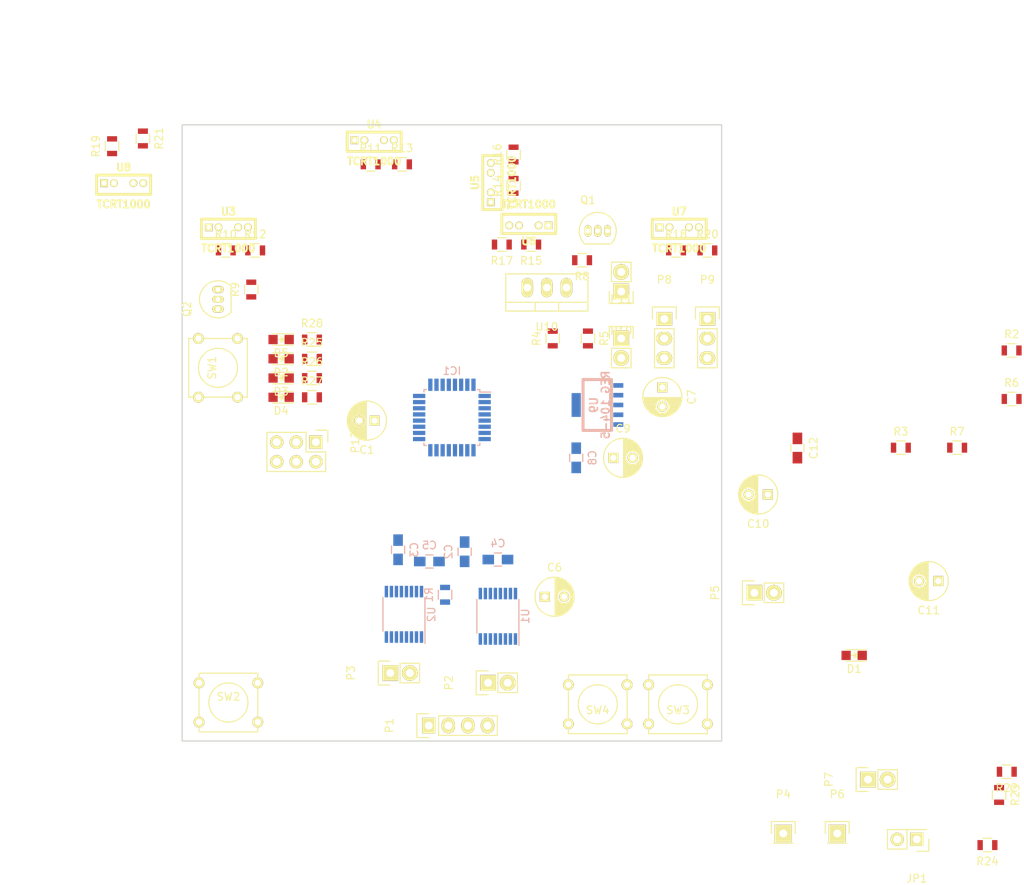
<source format=kicad_pcb>
(kicad_pcb (version 4) (host pcbnew 4.0.2+dfsg1-2~bpo8+1-stable)

  (general
    (links 181)
    (no_connects 181)
    (area 99.924999 34.924999 170.075001 115.075001)
    (thickness 1.6)
    (drawings 36)
    (tracks 0)
    (zones 0)
    (modules 75)
    (nets 61)
  )

  (page A4)
  (layers
    (0 F.Cu signal)
    (31 B.Cu signal)
    (32 B.Adhes user)
    (33 F.Adhes user)
    (34 B.Paste user)
    (35 F.Paste user)
    (36 B.SilkS user)
    (37 F.SilkS user)
    (38 B.Mask user)
    (39 F.Mask user)
    (40 Dwgs.User user)
    (41 Cmts.User user)
    (42 Eco1.User user)
    (43 Eco2.User user)
    (44 Edge.Cuts user)
    (45 Margin user)
    (46 B.CrtYd user)
    (47 F.CrtYd user)
    (48 B.Fab user)
    (49 F.Fab user)
  )

  (setup
    (last_trace_width 0.25)
    (trace_clearance 0.2)
    (zone_clearance 0.508)
    (zone_45_only no)
    (trace_min 0.2)
    (segment_width 0.2)
    (edge_width 0.15)
    (via_size 0.6)
    (via_drill 0.4)
    (via_min_size 0.4)
    (via_min_drill 0.3)
    (uvia_size 0.3)
    (uvia_drill 0.1)
    (uvias_allowed no)
    (uvia_min_size 0.2)
    (uvia_min_drill 0.1)
    (pcb_text_width 0.3)
    (pcb_text_size 1.5 1.5)
    (mod_edge_width 0.15)
    (mod_text_size 1 1)
    (mod_text_width 0.15)
    (pad_size 1.524 1.524)
    (pad_drill 0.762)
    (pad_to_mask_clearance 0.2)
    (aux_axis_origin 0 0)
    (visible_elements 7FFFF7FF)
    (pcbplotparams
      (layerselection 0x00030_80000001)
      (usegerberextensions false)
      (excludeedgelayer true)
      (linewidth 0.100000)
      (plotframeref false)
      (viasonmask false)
      (mode 1)
      (useauxorigin false)
      (hpglpennumber 1)
      (hpglpenspeed 20)
      (hpglpendiameter 15)
      (hpglpenoverlay 2)
      (psnegative false)
      (psa4output false)
      (plotreference true)
      (plotvalue true)
      (plotinvisibletext false)
      (padsonsilk false)
      (subtractmaskfromsilk false)
      (outputformat 1)
      (mirror false)
      (drillshape 1)
      (scaleselection 1)
      (outputdirectory ""))
  )

  (net 0 "")
  (net 1 VPP)
  (net 2 /Motores/M1VCP)
  (net 3 /Motores/M2VCP)
  (net 4 /Motores/M1VINT)
  (net 5 GND)
  (net 6 /Motores/M2VINT)
  (net 7 +5V)
  (net 8 +8V)
  (net 9 /Alimentacion/Vreg)
  (net 10 "Net-(D1-Pad2)")
  (net 11 "Net-(D2-Pad1)")
  (net 12 "Net-(D3-Pad1)")
  (net 13 "Net-(D4-Pad1)")
  (net 14 "Net-(D5-Pad1)")
  (net 15 /Led1)
  (net 16 /Boton2)
  (net 17 /Boton3)
  (net 18 /Motores/M1IN2)
  (net 19 /Motores/M1IN1)
  (net 20 /Led2)
  (net 21 /Led3)
  (net 22 /Motores/M2IN1)
  (net 23 /Motores/M2IN2)
  (net 24 /Sensores/Habilitador1)
  (net 25 /Sensores/Habilitador2)
  (net 26 /Boton1)
  (net 27 /BatteryControl)
  (net 28 "Net-(C1-Pad1)")
  (net 29 /Sensores/Sensor1)
  (net 30 /Sensores/Sensor2)
  (net 31 /Sensores/Sensor3)
  (net 32 /Sensores/Sensor4)
  (net 33 /Sensores/Sensor5)
  (net 34 /Sensores/Sensor6)
  (net 35 /Led4)
  (net 36 /Reset)
  (net 37 /RX)
  (net 38 /TX)
  (net 39 "Net-(JP1-Pad1)")
  (net 40 /Motores/M1OUT1)
  (net 41 /Motores/M1OUT2)
  (net 42 /Motores/M2OUT1)
  (net 43 /Motores/M2OUT2)
  (net 44 "Net-(P4-Pad1)")
  (net 45 "Net-(P5-Pad2)")
  (net 46 "Net-(P6-Pad1)")
  (net 47 "Net-(P7-Pad2)")
  (net 48 /Alimentacion/+12V)
  (net 49 +BATT)
  (net 50 "Net-(Q1-Pad2)")
  (net 51 /Sensores/habilitado)
  (net 52 "Net-(Q2-Pad2)")
  (net 53 /Sensores/habilitado2)
  (net 54 "Net-(R10-Pad1)")
  (net 55 "Net-(R11-Pad1)")
  (net 56 "Net-(R14-Pad1)")
  (net 57 "Net-(R15-Pad1)")
  (net 58 "Net-(R18-Pad1)")
  (net 59 "Net-(R19-Pad1)")
  (net 60 "Net-(R22-Pad2)")

  (net_class Default "This is the default net class."
    (clearance 0.2)
    (trace_width 0.25)
    (via_dia 0.6)
    (via_drill 0.4)
    (uvia_dia 0.3)
    (uvia_drill 0.1)
    (add_net +5V)
    (add_net +8V)
    (add_net +BATT)
    (add_net /Alimentacion/+12V)
    (add_net /Alimentacion/Vreg)
    (add_net /BatteryControl)
    (add_net /Boton1)
    (add_net /Boton2)
    (add_net /Boton3)
    (add_net /Led1)
    (add_net /Led2)
    (add_net /Led3)
    (add_net /Led4)
    (add_net /Motores/M1IN1)
    (add_net /Motores/M1IN2)
    (add_net /Motores/M1OUT1)
    (add_net /Motores/M1OUT2)
    (add_net /Motores/M1VCP)
    (add_net /Motores/M1VINT)
    (add_net /Motores/M2IN1)
    (add_net /Motores/M2IN2)
    (add_net /Motores/M2OUT1)
    (add_net /Motores/M2OUT2)
    (add_net /Motores/M2VCP)
    (add_net /Motores/M2VINT)
    (add_net /RX)
    (add_net /Reset)
    (add_net /Sensores/Habilitador1)
    (add_net /Sensores/Habilitador2)
    (add_net /Sensores/Sensor1)
    (add_net /Sensores/Sensor2)
    (add_net /Sensores/Sensor3)
    (add_net /Sensores/Sensor4)
    (add_net /Sensores/Sensor5)
    (add_net /Sensores/Sensor6)
    (add_net /Sensores/habilitado)
    (add_net /Sensores/habilitado2)
    (add_net /TX)
    (add_net GND)
    (add_net "Net-(C1-Pad1)")
    (add_net "Net-(D1-Pad2)")
    (add_net "Net-(D2-Pad1)")
    (add_net "Net-(D3-Pad1)")
    (add_net "Net-(D4-Pad1)")
    (add_net "Net-(D5-Pad1)")
    (add_net "Net-(JP1-Pad1)")
    (add_net "Net-(P4-Pad1)")
    (add_net "Net-(P5-Pad2)")
    (add_net "Net-(P6-Pad1)")
    (add_net "Net-(P7-Pad2)")
    (add_net "Net-(Q1-Pad2)")
    (add_net "Net-(Q2-Pad2)")
    (add_net "Net-(R10-Pad1)")
    (add_net "Net-(R11-Pad1)")
    (add_net "Net-(R14-Pad1)")
    (add_net "Net-(R15-Pad1)")
    (add_net "Net-(R18-Pad1)")
    (add_net "Net-(R19-Pad1)")
    (add_net "Net-(R22-Pad2)")
    (add_net VPP)
  )

  (module Capacitors_SMD:C_0805_HandSoldering (layer B.Cu) (tedit 541A9B8D) (tstamp 572D3B49)
    (at 136.652 90.424 270)
    (descr "Capacitor SMD 0805, hand soldering")
    (tags "capacitor 0805")
    (path /571B2594/55EAFAA0)
    (attr smd)
    (fp_text reference C2 (at 0 2.1 270) (layer B.SilkS)
      (effects (font (size 1 1) (thickness 0.15)) (justify mirror))
    )
    (fp_text value 0.01u (at 0 -2.1 270) (layer B.Fab)
      (effects (font (size 1 1) (thickness 0.15)) (justify mirror))
    )
    (fp_line (start -2.3 1) (end 2.3 1) (layer B.CrtYd) (width 0.05))
    (fp_line (start -2.3 -1) (end 2.3 -1) (layer B.CrtYd) (width 0.05))
    (fp_line (start -2.3 1) (end -2.3 -1) (layer B.CrtYd) (width 0.05))
    (fp_line (start 2.3 1) (end 2.3 -1) (layer B.CrtYd) (width 0.05))
    (fp_line (start 0.5 0.85) (end -0.5 0.85) (layer B.SilkS) (width 0.15))
    (fp_line (start -0.5 -0.85) (end 0.5 -0.85) (layer B.SilkS) (width 0.15))
    (pad 1 smd rect (at -1.25 0 270) (size 1.5 1.25) (layers B.Cu B.Paste B.Mask)
      (net 1 VPP))
    (pad 2 smd rect (at 1.25 0 270) (size 1.5 1.25) (layers B.Cu B.Paste B.Mask)
      (net 2 /Motores/M1VCP))
    (model Capacitors_SMD.3dshapes/C_0805_HandSoldering.wrl
      (at (xyz 0 0 0))
      (scale (xyz 1 1 1))
      (rotate (xyz 0 0 0))
    )
  )

  (module Capacitors_SMD:C_0805_HandSoldering (layer B.Cu) (tedit 541A9B8D) (tstamp 572D3B4F)
    (at 128.016 90.17 90)
    (descr "Capacitor SMD 0805, hand soldering")
    (tags "capacitor 0805")
    (path /571B2594/55EAFAEB)
    (attr smd)
    (fp_text reference C3 (at 0 2.1 90) (layer B.SilkS)
      (effects (font (size 1 1) (thickness 0.15)) (justify mirror))
    )
    (fp_text value 0.01u (at 0 -2.1 90) (layer B.Fab)
      (effects (font (size 1 1) (thickness 0.15)) (justify mirror))
    )
    (fp_line (start -2.3 1) (end 2.3 1) (layer B.CrtYd) (width 0.05))
    (fp_line (start -2.3 -1) (end 2.3 -1) (layer B.CrtYd) (width 0.05))
    (fp_line (start -2.3 1) (end -2.3 -1) (layer B.CrtYd) (width 0.05))
    (fp_line (start 2.3 1) (end 2.3 -1) (layer B.CrtYd) (width 0.05))
    (fp_line (start 0.5 0.85) (end -0.5 0.85) (layer B.SilkS) (width 0.15))
    (fp_line (start -0.5 -0.85) (end 0.5 -0.85) (layer B.SilkS) (width 0.15))
    (pad 1 smd rect (at -1.25 0 90) (size 1.5 1.25) (layers B.Cu B.Paste B.Mask)
      (net 1 VPP))
    (pad 2 smd rect (at 1.25 0 90) (size 1.5 1.25) (layers B.Cu B.Paste B.Mask)
      (net 3 /Motores/M2VCP))
    (model Capacitors_SMD.3dshapes/C_0805_HandSoldering.wrl
      (at (xyz 0 0 0))
      (scale (xyz 1 1 1))
      (rotate (xyz 0 0 0))
    )
  )

  (module Capacitors_ThroughHole:C_Radial_D5_L11_P2.5 (layer F.Cu) (tedit 0) (tstamp 572D3B61)
    (at 147.066 96.266)
    (descr "Radial Electrolytic Capacitor Diameter 5mm x Length 11mm, Pitch 2.5mm")
    (tags "Electrolytic Capacitor")
    (path /571B2594/571AC7CC)
    (fp_text reference C6 (at 1.25 -3.8) (layer F.SilkS)
      (effects (font (size 1 1) (thickness 0.15)))
    )
    (fp_text value 10uF (at 1.25 3.8) (layer F.Fab)
      (effects (font (size 1 1) (thickness 0.15)))
    )
    (fp_line (start 1.325 -2.499) (end 1.325 2.499) (layer F.SilkS) (width 0.15))
    (fp_line (start 1.465 -2.491) (end 1.465 2.491) (layer F.SilkS) (width 0.15))
    (fp_line (start 1.605 -2.475) (end 1.605 -0.095) (layer F.SilkS) (width 0.15))
    (fp_line (start 1.605 0.095) (end 1.605 2.475) (layer F.SilkS) (width 0.15))
    (fp_line (start 1.745 -2.451) (end 1.745 -0.49) (layer F.SilkS) (width 0.15))
    (fp_line (start 1.745 0.49) (end 1.745 2.451) (layer F.SilkS) (width 0.15))
    (fp_line (start 1.885 -2.418) (end 1.885 -0.657) (layer F.SilkS) (width 0.15))
    (fp_line (start 1.885 0.657) (end 1.885 2.418) (layer F.SilkS) (width 0.15))
    (fp_line (start 2.025 -2.377) (end 2.025 -0.764) (layer F.SilkS) (width 0.15))
    (fp_line (start 2.025 0.764) (end 2.025 2.377) (layer F.SilkS) (width 0.15))
    (fp_line (start 2.165 -2.327) (end 2.165 -0.835) (layer F.SilkS) (width 0.15))
    (fp_line (start 2.165 0.835) (end 2.165 2.327) (layer F.SilkS) (width 0.15))
    (fp_line (start 2.305 -2.266) (end 2.305 -0.879) (layer F.SilkS) (width 0.15))
    (fp_line (start 2.305 0.879) (end 2.305 2.266) (layer F.SilkS) (width 0.15))
    (fp_line (start 2.445 -2.196) (end 2.445 -0.898) (layer F.SilkS) (width 0.15))
    (fp_line (start 2.445 0.898) (end 2.445 2.196) (layer F.SilkS) (width 0.15))
    (fp_line (start 2.585 -2.114) (end 2.585 -0.896) (layer F.SilkS) (width 0.15))
    (fp_line (start 2.585 0.896) (end 2.585 2.114) (layer F.SilkS) (width 0.15))
    (fp_line (start 2.725 -2.019) (end 2.725 -0.871) (layer F.SilkS) (width 0.15))
    (fp_line (start 2.725 0.871) (end 2.725 2.019) (layer F.SilkS) (width 0.15))
    (fp_line (start 2.865 -1.908) (end 2.865 -0.823) (layer F.SilkS) (width 0.15))
    (fp_line (start 2.865 0.823) (end 2.865 1.908) (layer F.SilkS) (width 0.15))
    (fp_line (start 3.005 -1.78) (end 3.005 -0.745) (layer F.SilkS) (width 0.15))
    (fp_line (start 3.005 0.745) (end 3.005 1.78) (layer F.SilkS) (width 0.15))
    (fp_line (start 3.145 -1.631) (end 3.145 -0.628) (layer F.SilkS) (width 0.15))
    (fp_line (start 3.145 0.628) (end 3.145 1.631) (layer F.SilkS) (width 0.15))
    (fp_line (start 3.285 -1.452) (end 3.285 -0.44) (layer F.SilkS) (width 0.15))
    (fp_line (start 3.285 0.44) (end 3.285 1.452) (layer F.SilkS) (width 0.15))
    (fp_line (start 3.425 -1.233) (end 3.425 1.233) (layer F.SilkS) (width 0.15))
    (fp_line (start 3.565 -0.944) (end 3.565 0.944) (layer F.SilkS) (width 0.15))
    (fp_line (start 3.705 -0.472) (end 3.705 0.472) (layer F.SilkS) (width 0.15))
    (fp_circle (center 2.5 0) (end 2.5 -0.9) (layer F.SilkS) (width 0.15))
    (fp_circle (center 1.25 0) (end 1.25 -2.5375) (layer F.SilkS) (width 0.15))
    (fp_circle (center 1.25 0) (end 1.25 -2.8) (layer F.CrtYd) (width 0.05))
    (pad 1 thru_hole rect (at 0 0) (size 1.3 1.3) (drill 0.8) (layers *.Cu *.Mask F.SilkS)
      (net 1 VPP))
    (pad 2 thru_hole circle (at 2.5 0) (size 1.3 1.3) (drill 0.8) (layers *.Cu *.Mask F.SilkS)
      (net 5 GND))
    (model Capacitors_ThroughHole.3dshapes/C_Radial_D5_L11_P2.5.wrl
      (at (xyz 0.049213 0 0))
      (scale (xyz 1 1 1))
      (rotate (xyz 0 0 90))
    )
  )

  (module Capacitors_ThroughHole:C_Radial_D5_L11_P2.5 (layer F.Cu) (tedit 0) (tstamp 572D3B67)
    (at 162.306 69.088 270)
    (descr "Radial Electrolytic Capacitor Diameter 5mm x Length 11mm, Pitch 2.5mm")
    (tags "Electrolytic Capacitor")
    (path /571B371F/571B3D02)
    (fp_text reference C7 (at 1.25 -3.8 270) (layer F.SilkS)
      (effects (font (size 1 1) (thickness 0.15)))
    )
    (fp_text value 10u (at 1.25 3.8 270) (layer F.Fab)
      (effects (font (size 1 1) (thickness 0.15)))
    )
    (fp_line (start 1.325 -2.499) (end 1.325 2.499) (layer F.SilkS) (width 0.15))
    (fp_line (start 1.465 -2.491) (end 1.465 2.491) (layer F.SilkS) (width 0.15))
    (fp_line (start 1.605 -2.475) (end 1.605 -0.095) (layer F.SilkS) (width 0.15))
    (fp_line (start 1.605 0.095) (end 1.605 2.475) (layer F.SilkS) (width 0.15))
    (fp_line (start 1.745 -2.451) (end 1.745 -0.49) (layer F.SilkS) (width 0.15))
    (fp_line (start 1.745 0.49) (end 1.745 2.451) (layer F.SilkS) (width 0.15))
    (fp_line (start 1.885 -2.418) (end 1.885 -0.657) (layer F.SilkS) (width 0.15))
    (fp_line (start 1.885 0.657) (end 1.885 2.418) (layer F.SilkS) (width 0.15))
    (fp_line (start 2.025 -2.377) (end 2.025 -0.764) (layer F.SilkS) (width 0.15))
    (fp_line (start 2.025 0.764) (end 2.025 2.377) (layer F.SilkS) (width 0.15))
    (fp_line (start 2.165 -2.327) (end 2.165 -0.835) (layer F.SilkS) (width 0.15))
    (fp_line (start 2.165 0.835) (end 2.165 2.327) (layer F.SilkS) (width 0.15))
    (fp_line (start 2.305 -2.266) (end 2.305 -0.879) (layer F.SilkS) (width 0.15))
    (fp_line (start 2.305 0.879) (end 2.305 2.266) (layer F.SilkS) (width 0.15))
    (fp_line (start 2.445 -2.196) (end 2.445 -0.898) (layer F.SilkS) (width 0.15))
    (fp_line (start 2.445 0.898) (end 2.445 2.196) (layer F.SilkS) (width 0.15))
    (fp_line (start 2.585 -2.114) (end 2.585 -0.896) (layer F.SilkS) (width 0.15))
    (fp_line (start 2.585 0.896) (end 2.585 2.114) (layer F.SilkS) (width 0.15))
    (fp_line (start 2.725 -2.019) (end 2.725 -0.871) (layer F.SilkS) (width 0.15))
    (fp_line (start 2.725 0.871) (end 2.725 2.019) (layer F.SilkS) (width 0.15))
    (fp_line (start 2.865 -1.908) (end 2.865 -0.823) (layer F.SilkS) (width 0.15))
    (fp_line (start 2.865 0.823) (end 2.865 1.908) (layer F.SilkS) (width 0.15))
    (fp_line (start 3.005 -1.78) (end 3.005 -0.745) (layer F.SilkS) (width 0.15))
    (fp_line (start 3.005 0.745) (end 3.005 1.78) (layer F.SilkS) (width 0.15))
    (fp_line (start 3.145 -1.631) (end 3.145 -0.628) (layer F.SilkS) (width 0.15))
    (fp_line (start 3.145 0.628) (end 3.145 1.631) (layer F.SilkS) (width 0.15))
    (fp_line (start 3.285 -1.452) (end 3.285 -0.44) (layer F.SilkS) (width 0.15))
    (fp_line (start 3.285 0.44) (end 3.285 1.452) (layer F.SilkS) (width 0.15))
    (fp_line (start 3.425 -1.233) (end 3.425 1.233) (layer F.SilkS) (width 0.15))
    (fp_line (start 3.565 -0.944) (end 3.565 0.944) (layer F.SilkS) (width 0.15))
    (fp_line (start 3.705 -0.472) (end 3.705 0.472) (layer F.SilkS) (width 0.15))
    (fp_circle (center 2.5 0) (end 2.5 -0.9) (layer F.SilkS) (width 0.15))
    (fp_circle (center 1.25 0) (end 1.25 -2.5375) (layer F.SilkS) (width 0.15))
    (fp_circle (center 1.25 0) (end 1.25 -2.8) (layer F.CrtYd) (width 0.05))
    (pad 1 thru_hole rect (at 0 0 270) (size 1.3 1.3) (drill 0.8) (layers *.Cu *.Mask F.SilkS)
      (net 7 +5V))
    (pad 2 thru_hole circle (at 2.5 0 270) (size 1.3 1.3) (drill 0.8) (layers *.Cu *.Mask F.SilkS)
      (net 5 GND))
    (model Capacitors_ThroughHole.3dshapes/C_Radial_D5_L11_P2.5.wrl
      (at (xyz 0.049213 0 0))
      (scale (xyz 1 1 1))
      (rotate (xyz 0 0 90))
    )
  )

  (module Capacitors_ThroughHole:C_Radial_D5_L11_P2.5 (layer F.Cu) (tedit 0) (tstamp 572D3B6D)
    (at 155.956 78.232)
    (descr "Radial Electrolytic Capacitor Diameter 5mm x Length 11mm, Pitch 2.5mm")
    (tags "Electrolytic Capacitor")
    (path /571B371F/571B3D0C)
    (fp_text reference C9 (at 1.25 -3.8) (layer F.SilkS)
      (effects (font (size 1 1) (thickness 0.15)))
    )
    (fp_text value 10u (at 1.25 3.8) (layer F.Fab)
      (effects (font (size 1 1) (thickness 0.15)))
    )
    (fp_line (start 1.325 -2.499) (end 1.325 2.499) (layer F.SilkS) (width 0.15))
    (fp_line (start 1.465 -2.491) (end 1.465 2.491) (layer F.SilkS) (width 0.15))
    (fp_line (start 1.605 -2.475) (end 1.605 -0.095) (layer F.SilkS) (width 0.15))
    (fp_line (start 1.605 0.095) (end 1.605 2.475) (layer F.SilkS) (width 0.15))
    (fp_line (start 1.745 -2.451) (end 1.745 -0.49) (layer F.SilkS) (width 0.15))
    (fp_line (start 1.745 0.49) (end 1.745 2.451) (layer F.SilkS) (width 0.15))
    (fp_line (start 1.885 -2.418) (end 1.885 -0.657) (layer F.SilkS) (width 0.15))
    (fp_line (start 1.885 0.657) (end 1.885 2.418) (layer F.SilkS) (width 0.15))
    (fp_line (start 2.025 -2.377) (end 2.025 -0.764) (layer F.SilkS) (width 0.15))
    (fp_line (start 2.025 0.764) (end 2.025 2.377) (layer F.SilkS) (width 0.15))
    (fp_line (start 2.165 -2.327) (end 2.165 -0.835) (layer F.SilkS) (width 0.15))
    (fp_line (start 2.165 0.835) (end 2.165 2.327) (layer F.SilkS) (width 0.15))
    (fp_line (start 2.305 -2.266) (end 2.305 -0.879) (layer F.SilkS) (width 0.15))
    (fp_line (start 2.305 0.879) (end 2.305 2.266) (layer F.SilkS) (width 0.15))
    (fp_line (start 2.445 -2.196) (end 2.445 -0.898) (layer F.SilkS) (width 0.15))
    (fp_line (start 2.445 0.898) (end 2.445 2.196) (layer F.SilkS) (width 0.15))
    (fp_line (start 2.585 -2.114) (end 2.585 -0.896) (layer F.SilkS) (width 0.15))
    (fp_line (start 2.585 0.896) (end 2.585 2.114) (layer F.SilkS) (width 0.15))
    (fp_line (start 2.725 -2.019) (end 2.725 -0.871) (layer F.SilkS) (width 0.15))
    (fp_line (start 2.725 0.871) (end 2.725 2.019) (layer F.SilkS) (width 0.15))
    (fp_line (start 2.865 -1.908) (end 2.865 -0.823) (layer F.SilkS) (width 0.15))
    (fp_line (start 2.865 0.823) (end 2.865 1.908) (layer F.SilkS) (width 0.15))
    (fp_line (start 3.005 -1.78) (end 3.005 -0.745) (layer F.SilkS) (width 0.15))
    (fp_line (start 3.005 0.745) (end 3.005 1.78) (layer F.SilkS) (width 0.15))
    (fp_line (start 3.145 -1.631) (end 3.145 -0.628) (layer F.SilkS) (width 0.15))
    (fp_line (start 3.145 0.628) (end 3.145 1.631) (layer F.SilkS) (width 0.15))
    (fp_line (start 3.285 -1.452) (end 3.285 -0.44) (layer F.SilkS) (width 0.15))
    (fp_line (start 3.285 0.44) (end 3.285 1.452) (layer F.SilkS) (width 0.15))
    (fp_line (start 3.425 -1.233) (end 3.425 1.233) (layer F.SilkS) (width 0.15))
    (fp_line (start 3.565 -0.944) (end 3.565 0.944) (layer F.SilkS) (width 0.15))
    (fp_line (start 3.705 -0.472) (end 3.705 0.472) (layer F.SilkS) (width 0.15))
    (fp_circle (center 2.5 0) (end 2.5 -0.9) (layer F.SilkS) (width 0.15))
    (fp_circle (center 1.25 0) (end 1.25 -2.5375) (layer F.SilkS) (width 0.15))
    (fp_circle (center 1.25 0) (end 1.25 -2.8) (layer F.CrtYd) (width 0.05))
    (pad 1 thru_hole rect (at 0 0) (size 1.3 1.3) (drill 0.8) (layers *.Cu *.Mask F.SilkS)
      (net 8 +8V))
    (pad 2 thru_hole circle (at 2.5 0) (size 1.3 1.3) (drill 0.8) (layers *.Cu *.Mask F.SilkS)
      (net 5 GND))
    (model Capacitors_ThroughHole.3dshapes/C_Radial_D5_L11_P2.5.wrl
      (at (xyz 0.049213 0 0))
      (scale (xyz 1 1 1))
      (rotate (xyz 0 0 90))
    )
  )

  (module Capacitors_ThroughHole:C_Radial_D5_L11_P2.5 (layer F.Cu) (tedit 0) (tstamp 572D3B73)
    (at 176 83 180)
    (descr "Radial Electrolytic Capacitor Diameter 5mm x Length 11mm, Pitch 2.5mm")
    (tags "Electrolytic Capacitor")
    (path /571B371F/571B3D34)
    (fp_text reference C10 (at 1.25 -3.8 180) (layer F.SilkS)
      (effects (font (size 1 1) (thickness 0.15)))
    )
    (fp_text value 10u (at 1.25 3.8 180) (layer F.Fab)
      (effects (font (size 1 1) (thickness 0.15)))
    )
    (fp_line (start 1.325 -2.499) (end 1.325 2.499) (layer F.SilkS) (width 0.15))
    (fp_line (start 1.465 -2.491) (end 1.465 2.491) (layer F.SilkS) (width 0.15))
    (fp_line (start 1.605 -2.475) (end 1.605 -0.095) (layer F.SilkS) (width 0.15))
    (fp_line (start 1.605 0.095) (end 1.605 2.475) (layer F.SilkS) (width 0.15))
    (fp_line (start 1.745 -2.451) (end 1.745 -0.49) (layer F.SilkS) (width 0.15))
    (fp_line (start 1.745 0.49) (end 1.745 2.451) (layer F.SilkS) (width 0.15))
    (fp_line (start 1.885 -2.418) (end 1.885 -0.657) (layer F.SilkS) (width 0.15))
    (fp_line (start 1.885 0.657) (end 1.885 2.418) (layer F.SilkS) (width 0.15))
    (fp_line (start 2.025 -2.377) (end 2.025 -0.764) (layer F.SilkS) (width 0.15))
    (fp_line (start 2.025 0.764) (end 2.025 2.377) (layer F.SilkS) (width 0.15))
    (fp_line (start 2.165 -2.327) (end 2.165 -0.835) (layer F.SilkS) (width 0.15))
    (fp_line (start 2.165 0.835) (end 2.165 2.327) (layer F.SilkS) (width 0.15))
    (fp_line (start 2.305 -2.266) (end 2.305 -0.879) (layer F.SilkS) (width 0.15))
    (fp_line (start 2.305 0.879) (end 2.305 2.266) (layer F.SilkS) (width 0.15))
    (fp_line (start 2.445 -2.196) (end 2.445 -0.898) (layer F.SilkS) (width 0.15))
    (fp_line (start 2.445 0.898) (end 2.445 2.196) (layer F.SilkS) (width 0.15))
    (fp_line (start 2.585 -2.114) (end 2.585 -0.896) (layer F.SilkS) (width 0.15))
    (fp_line (start 2.585 0.896) (end 2.585 2.114) (layer F.SilkS) (width 0.15))
    (fp_line (start 2.725 -2.019) (end 2.725 -0.871) (layer F.SilkS) (width 0.15))
    (fp_line (start 2.725 0.871) (end 2.725 2.019) (layer F.SilkS) (width 0.15))
    (fp_line (start 2.865 -1.908) (end 2.865 -0.823) (layer F.SilkS) (width 0.15))
    (fp_line (start 2.865 0.823) (end 2.865 1.908) (layer F.SilkS) (width 0.15))
    (fp_line (start 3.005 -1.78) (end 3.005 -0.745) (layer F.SilkS) (width 0.15))
    (fp_line (start 3.005 0.745) (end 3.005 1.78) (layer F.SilkS) (width 0.15))
    (fp_line (start 3.145 -1.631) (end 3.145 -0.628) (layer F.SilkS) (width 0.15))
    (fp_line (start 3.145 0.628) (end 3.145 1.631) (layer F.SilkS) (width 0.15))
    (fp_line (start 3.285 -1.452) (end 3.285 -0.44) (layer F.SilkS) (width 0.15))
    (fp_line (start 3.285 0.44) (end 3.285 1.452) (layer F.SilkS) (width 0.15))
    (fp_line (start 3.425 -1.233) (end 3.425 1.233) (layer F.SilkS) (width 0.15))
    (fp_line (start 3.565 -0.944) (end 3.565 0.944) (layer F.SilkS) (width 0.15))
    (fp_line (start 3.705 -0.472) (end 3.705 0.472) (layer F.SilkS) (width 0.15))
    (fp_circle (center 2.5 0) (end 2.5 -0.9) (layer F.SilkS) (width 0.15))
    (fp_circle (center 1.25 0) (end 1.25 -2.5375) (layer F.SilkS) (width 0.15))
    (fp_circle (center 1.25 0) (end 1.25 -2.8) (layer F.CrtYd) (width 0.05))
    (pad 1 thru_hole rect (at 0 0 180) (size 1.3 1.3) (drill 0.8) (layers *.Cu *.Mask F.SilkS)
      (net 9 /Alimentacion/Vreg))
    (pad 2 thru_hole circle (at 2.5 0 180) (size 1.3 1.3) (drill 0.8) (layers *.Cu *.Mask F.SilkS)
      (net 5 GND))
    (model Capacitors_ThroughHole.3dshapes/C_Radial_D5_L11_P2.5.wrl
      (at (xyz 0.049213 0 0))
      (scale (xyz 1 1 1))
      (rotate (xyz 0 0 90))
    )
  )

  (module Capacitors_ThroughHole:C_Radial_D5_L11_P2.5 (layer F.Cu) (tedit 0) (tstamp 572D3B79)
    (at 198.12 94.234 180)
    (descr "Radial Electrolytic Capacitor Diameter 5mm x Length 11mm, Pitch 2.5mm")
    (tags "Electrolytic Capacitor")
    (path /571B371F/571B3D3B)
    (fp_text reference C11 (at 1.25 -3.8 180) (layer F.SilkS)
      (effects (font (size 1 1) (thickness 0.15)))
    )
    (fp_text value 10u (at 1.25 3.8 180) (layer F.Fab)
      (effects (font (size 1 1) (thickness 0.15)))
    )
    (fp_line (start 1.325 -2.499) (end 1.325 2.499) (layer F.SilkS) (width 0.15))
    (fp_line (start 1.465 -2.491) (end 1.465 2.491) (layer F.SilkS) (width 0.15))
    (fp_line (start 1.605 -2.475) (end 1.605 -0.095) (layer F.SilkS) (width 0.15))
    (fp_line (start 1.605 0.095) (end 1.605 2.475) (layer F.SilkS) (width 0.15))
    (fp_line (start 1.745 -2.451) (end 1.745 -0.49) (layer F.SilkS) (width 0.15))
    (fp_line (start 1.745 0.49) (end 1.745 2.451) (layer F.SilkS) (width 0.15))
    (fp_line (start 1.885 -2.418) (end 1.885 -0.657) (layer F.SilkS) (width 0.15))
    (fp_line (start 1.885 0.657) (end 1.885 2.418) (layer F.SilkS) (width 0.15))
    (fp_line (start 2.025 -2.377) (end 2.025 -0.764) (layer F.SilkS) (width 0.15))
    (fp_line (start 2.025 0.764) (end 2.025 2.377) (layer F.SilkS) (width 0.15))
    (fp_line (start 2.165 -2.327) (end 2.165 -0.835) (layer F.SilkS) (width 0.15))
    (fp_line (start 2.165 0.835) (end 2.165 2.327) (layer F.SilkS) (width 0.15))
    (fp_line (start 2.305 -2.266) (end 2.305 -0.879) (layer F.SilkS) (width 0.15))
    (fp_line (start 2.305 0.879) (end 2.305 2.266) (layer F.SilkS) (width 0.15))
    (fp_line (start 2.445 -2.196) (end 2.445 -0.898) (layer F.SilkS) (width 0.15))
    (fp_line (start 2.445 0.898) (end 2.445 2.196) (layer F.SilkS) (width 0.15))
    (fp_line (start 2.585 -2.114) (end 2.585 -0.896) (layer F.SilkS) (width 0.15))
    (fp_line (start 2.585 0.896) (end 2.585 2.114) (layer F.SilkS) (width 0.15))
    (fp_line (start 2.725 -2.019) (end 2.725 -0.871) (layer F.SilkS) (width 0.15))
    (fp_line (start 2.725 0.871) (end 2.725 2.019) (layer F.SilkS) (width 0.15))
    (fp_line (start 2.865 -1.908) (end 2.865 -0.823) (layer F.SilkS) (width 0.15))
    (fp_line (start 2.865 0.823) (end 2.865 1.908) (layer F.SilkS) (width 0.15))
    (fp_line (start 3.005 -1.78) (end 3.005 -0.745) (layer F.SilkS) (width 0.15))
    (fp_line (start 3.005 0.745) (end 3.005 1.78) (layer F.SilkS) (width 0.15))
    (fp_line (start 3.145 -1.631) (end 3.145 -0.628) (layer F.SilkS) (width 0.15))
    (fp_line (start 3.145 0.628) (end 3.145 1.631) (layer F.SilkS) (width 0.15))
    (fp_line (start 3.285 -1.452) (end 3.285 -0.44) (layer F.SilkS) (width 0.15))
    (fp_line (start 3.285 0.44) (end 3.285 1.452) (layer F.SilkS) (width 0.15))
    (fp_line (start 3.425 -1.233) (end 3.425 1.233) (layer F.SilkS) (width 0.15))
    (fp_line (start 3.565 -0.944) (end 3.565 0.944) (layer F.SilkS) (width 0.15))
    (fp_line (start 3.705 -0.472) (end 3.705 0.472) (layer F.SilkS) (width 0.15))
    (fp_circle (center 2.5 0) (end 2.5 -0.9) (layer F.SilkS) (width 0.15))
    (fp_circle (center 1.25 0) (end 1.25 -2.5375) (layer F.SilkS) (width 0.15))
    (fp_circle (center 1.25 0) (end 1.25 -2.8) (layer F.CrtYd) (width 0.05))
    (pad 1 thru_hole rect (at 0 0 180) (size 1.3 1.3) (drill 0.8) (layers *.Cu *.Mask F.SilkS)
      (net 1 VPP))
    (pad 2 thru_hole circle (at 2.5 0 180) (size 1.3 1.3) (drill 0.8) (layers *.Cu *.Mask F.SilkS)
      (net 5 GND))
    (model Capacitors_ThroughHole.3dshapes/C_Radial_D5_L11_P2.5.wrl
      (at (xyz 0.049213 0 0))
      (scale (xyz 1 1 1))
      (rotate (xyz 0 0 90))
    )
  )

  (module LEDs:LED_0805 (layer F.Cu) (tedit 55BDE1C2) (tstamp 572D3B7F)
    (at 187.198 103.886 180)
    (descr "LED 0805 smd package")
    (tags "LED 0805 SMD")
    (path /571B2594/55EAFB78)
    (attr smd)
    (fp_text reference D1 (at 0 -1.75 180) (layer F.SilkS)
      (effects (font (size 1 1) (thickness 0.15)))
    )
    (fp_text value LED (at 0 1.75 180) (layer F.Fab)
      (effects (font (size 1 1) (thickness 0.15)))
    )
    (fp_line (start -1.6 0.75) (end 1.1 0.75) (layer F.SilkS) (width 0.15))
    (fp_line (start -1.6 -0.75) (end 1.1 -0.75) (layer F.SilkS) (width 0.15))
    (fp_line (start -0.1 0.15) (end -0.1 -0.1) (layer F.SilkS) (width 0.15))
    (fp_line (start -0.1 -0.1) (end -0.25 0.05) (layer F.SilkS) (width 0.15))
    (fp_line (start -0.35 -0.35) (end -0.35 0.35) (layer F.SilkS) (width 0.15))
    (fp_line (start 0 0) (end 0.35 0) (layer F.SilkS) (width 0.15))
    (fp_line (start -0.35 0) (end 0 -0.35) (layer F.SilkS) (width 0.15))
    (fp_line (start 0 -0.35) (end 0 0.35) (layer F.SilkS) (width 0.15))
    (fp_line (start 0 0.35) (end -0.35 0) (layer F.SilkS) (width 0.15))
    (fp_line (start 1.9 -0.95) (end 1.9 0.95) (layer F.CrtYd) (width 0.05))
    (fp_line (start 1.9 0.95) (end -1.9 0.95) (layer F.CrtYd) (width 0.05))
    (fp_line (start -1.9 0.95) (end -1.9 -0.95) (layer F.CrtYd) (width 0.05))
    (fp_line (start -1.9 -0.95) (end 1.9 -0.95) (layer F.CrtYd) (width 0.05))
    (pad 2 smd rect (at 1.04902 0) (size 1.19888 1.19888) (layers F.Cu F.Paste F.Mask)
      (net 10 "Net-(D1-Pad2)"))
    (pad 1 smd rect (at -1.04902 0) (size 1.19888 1.19888) (layers F.Cu F.Paste F.Mask)
      (net 5 GND))
    (model LEDs.3dshapes/LED_0805.wrl
      (at (xyz 0 0 0))
      (scale (xyz 1 1 1))
      (rotate (xyz 0 0 0))
    )
  )

  (module LEDs:LED_0805 (layer F.Cu) (tedit 55BDE1C2) (tstamp 572D3B85)
    (at 112.844 65.376 180)
    (descr "LED 0805 smd package")
    (tags "LED 0805 SMD")
    (path /572E3C69)
    (attr smd)
    (fp_text reference D2 (at 0 -1.75 180) (layer F.SilkS)
      (effects (font (size 1 1) (thickness 0.15)))
    )
    (fp_text value LED (at 0 1.75 180) (layer F.Fab)
      (effects (font (size 1 1) (thickness 0.15)))
    )
    (fp_line (start -1.6 0.75) (end 1.1 0.75) (layer F.SilkS) (width 0.15))
    (fp_line (start -1.6 -0.75) (end 1.1 -0.75) (layer F.SilkS) (width 0.15))
    (fp_line (start -0.1 0.15) (end -0.1 -0.1) (layer F.SilkS) (width 0.15))
    (fp_line (start -0.1 -0.1) (end -0.25 0.05) (layer F.SilkS) (width 0.15))
    (fp_line (start -0.35 -0.35) (end -0.35 0.35) (layer F.SilkS) (width 0.15))
    (fp_line (start 0 0) (end 0.35 0) (layer F.SilkS) (width 0.15))
    (fp_line (start -0.35 0) (end 0 -0.35) (layer F.SilkS) (width 0.15))
    (fp_line (start 0 -0.35) (end 0 0.35) (layer F.SilkS) (width 0.15))
    (fp_line (start 0 0.35) (end -0.35 0) (layer F.SilkS) (width 0.15))
    (fp_line (start 1.9 -0.95) (end 1.9 0.95) (layer F.CrtYd) (width 0.05))
    (fp_line (start 1.9 0.95) (end -1.9 0.95) (layer F.CrtYd) (width 0.05))
    (fp_line (start -1.9 0.95) (end -1.9 -0.95) (layer F.CrtYd) (width 0.05))
    (fp_line (start -1.9 -0.95) (end 1.9 -0.95) (layer F.CrtYd) (width 0.05))
    (pad 2 smd rect (at 1.04902 0) (size 1.19888 1.19888) (layers F.Cu F.Paste F.Mask)
      (net 7 +5V))
    (pad 1 smd rect (at -1.04902 0) (size 1.19888 1.19888) (layers F.Cu F.Paste F.Mask)
      (net 11 "Net-(D2-Pad1)"))
    (model LEDs.3dshapes/LED_0805.wrl
      (at (xyz 0 0 0))
      (scale (xyz 1 1 1))
      (rotate (xyz 0 0 0))
    )
  )

  (module LEDs:LED_0805 (layer F.Cu) (tedit 55BDE1C2) (tstamp 572D3B8B)
    (at 112.844 67.876 180)
    (descr "LED 0805 smd package")
    (tags "LED 0805 SMD")
    (path /572E3C7F)
    (attr smd)
    (fp_text reference D3 (at 0 -1.75 180) (layer F.SilkS)
      (effects (font (size 1 1) (thickness 0.15)))
    )
    (fp_text value LED (at 0 1.75 180) (layer F.Fab)
      (effects (font (size 1 1) (thickness 0.15)))
    )
    (fp_line (start -1.6 0.75) (end 1.1 0.75) (layer F.SilkS) (width 0.15))
    (fp_line (start -1.6 -0.75) (end 1.1 -0.75) (layer F.SilkS) (width 0.15))
    (fp_line (start -0.1 0.15) (end -0.1 -0.1) (layer F.SilkS) (width 0.15))
    (fp_line (start -0.1 -0.1) (end -0.25 0.05) (layer F.SilkS) (width 0.15))
    (fp_line (start -0.35 -0.35) (end -0.35 0.35) (layer F.SilkS) (width 0.15))
    (fp_line (start 0 0) (end 0.35 0) (layer F.SilkS) (width 0.15))
    (fp_line (start -0.35 0) (end 0 -0.35) (layer F.SilkS) (width 0.15))
    (fp_line (start 0 -0.35) (end 0 0.35) (layer F.SilkS) (width 0.15))
    (fp_line (start 0 0.35) (end -0.35 0) (layer F.SilkS) (width 0.15))
    (fp_line (start 1.9 -0.95) (end 1.9 0.95) (layer F.CrtYd) (width 0.05))
    (fp_line (start 1.9 0.95) (end -1.9 0.95) (layer F.CrtYd) (width 0.05))
    (fp_line (start -1.9 0.95) (end -1.9 -0.95) (layer F.CrtYd) (width 0.05))
    (fp_line (start -1.9 -0.95) (end 1.9 -0.95) (layer F.CrtYd) (width 0.05))
    (pad 2 smd rect (at 1.04902 0) (size 1.19888 1.19888) (layers F.Cu F.Paste F.Mask)
      (net 7 +5V))
    (pad 1 smd rect (at -1.04902 0) (size 1.19888 1.19888) (layers F.Cu F.Paste F.Mask)
      (net 12 "Net-(D3-Pad1)"))
    (model LEDs.3dshapes/LED_0805.wrl
      (at (xyz 0 0 0))
      (scale (xyz 1 1 1))
      (rotate (xyz 0 0 0))
    )
  )

  (module LEDs:LED_0805 (layer F.Cu) (tedit 55BDE1C2) (tstamp 572D3B91)
    (at 112.844 70.376 180)
    (descr "LED 0805 smd package")
    (tags "LED 0805 SMD")
    (path /572E314C)
    (attr smd)
    (fp_text reference D4 (at 0 -1.75 180) (layer F.SilkS)
      (effects (font (size 1 1) (thickness 0.15)))
    )
    (fp_text value LED (at 0 1.75 180) (layer F.Fab)
      (effects (font (size 1 1) (thickness 0.15)))
    )
    (fp_line (start -1.6 0.75) (end 1.1 0.75) (layer F.SilkS) (width 0.15))
    (fp_line (start -1.6 -0.75) (end 1.1 -0.75) (layer F.SilkS) (width 0.15))
    (fp_line (start -0.1 0.15) (end -0.1 -0.1) (layer F.SilkS) (width 0.15))
    (fp_line (start -0.1 -0.1) (end -0.25 0.05) (layer F.SilkS) (width 0.15))
    (fp_line (start -0.35 -0.35) (end -0.35 0.35) (layer F.SilkS) (width 0.15))
    (fp_line (start 0 0) (end 0.35 0) (layer F.SilkS) (width 0.15))
    (fp_line (start -0.35 0) (end 0 -0.35) (layer F.SilkS) (width 0.15))
    (fp_line (start 0 -0.35) (end 0 0.35) (layer F.SilkS) (width 0.15))
    (fp_line (start 0 0.35) (end -0.35 0) (layer F.SilkS) (width 0.15))
    (fp_line (start 1.9 -0.95) (end 1.9 0.95) (layer F.CrtYd) (width 0.05))
    (fp_line (start 1.9 0.95) (end -1.9 0.95) (layer F.CrtYd) (width 0.05))
    (fp_line (start -1.9 0.95) (end -1.9 -0.95) (layer F.CrtYd) (width 0.05))
    (fp_line (start -1.9 -0.95) (end 1.9 -0.95) (layer F.CrtYd) (width 0.05))
    (pad 2 smd rect (at 1.04902 0) (size 1.19888 1.19888) (layers F.Cu F.Paste F.Mask)
      (net 7 +5V))
    (pad 1 smd rect (at -1.04902 0) (size 1.19888 1.19888) (layers F.Cu F.Paste F.Mask)
      (net 13 "Net-(D4-Pad1)"))
    (model LEDs.3dshapes/LED_0805.wrl
      (at (xyz 0 0 0))
      (scale (xyz 1 1 1))
      (rotate (xyz 0 0 0))
    )
  )

  (module LEDs:LED_0805 (layer F.Cu) (tedit 55BDE1C2) (tstamp 572D3B97)
    (at 112.844 62.876 180)
    (descr "LED 0805 smd package")
    (tags "LED 0805 SMD")
    (path /572E3B47)
    (attr smd)
    (fp_text reference D5 (at 0 -1.75 180) (layer F.SilkS)
      (effects (font (size 1 1) (thickness 0.15)))
    )
    (fp_text value LED (at 0 1.75 180) (layer F.Fab)
      (effects (font (size 1 1) (thickness 0.15)))
    )
    (fp_line (start -1.6 0.75) (end 1.1 0.75) (layer F.SilkS) (width 0.15))
    (fp_line (start -1.6 -0.75) (end 1.1 -0.75) (layer F.SilkS) (width 0.15))
    (fp_line (start -0.1 0.15) (end -0.1 -0.1) (layer F.SilkS) (width 0.15))
    (fp_line (start -0.1 -0.1) (end -0.25 0.05) (layer F.SilkS) (width 0.15))
    (fp_line (start -0.35 -0.35) (end -0.35 0.35) (layer F.SilkS) (width 0.15))
    (fp_line (start 0 0) (end 0.35 0) (layer F.SilkS) (width 0.15))
    (fp_line (start -0.35 0) (end 0 -0.35) (layer F.SilkS) (width 0.15))
    (fp_line (start 0 -0.35) (end 0 0.35) (layer F.SilkS) (width 0.15))
    (fp_line (start 0 0.35) (end -0.35 0) (layer F.SilkS) (width 0.15))
    (fp_line (start 1.9 -0.95) (end 1.9 0.95) (layer F.CrtYd) (width 0.05))
    (fp_line (start 1.9 0.95) (end -1.9 0.95) (layer F.CrtYd) (width 0.05))
    (fp_line (start -1.9 0.95) (end -1.9 -0.95) (layer F.CrtYd) (width 0.05))
    (fp_line (start -1.9 -0.95) (end 1.9 -0.95) (layer F.CrtYd) (width 0.05))
    (pad 2 smd rect (at 1.04902 0) (size 1.19888 1.19888) (layers F.Cu F.Paste F.Mask)
      (net 7 +5V))
    (pad 1 smd rect (at -1.04902 0) (size 1.19888 1.19888) (layers F.Cu F.Paste F.Mask)
      (net 14 "Net-(D5-Pad1)"))
    (model LEDs.3dshapes/LED_0805.wrl
      (at (xyz 0 0 0))
      (scale (xyz 1 1 1))
      (rotate (xyz 0 0 0))
    )
  )

  (module Housings_QFP:TQFP-32_7x7mm_Pitch0.8mm (layer B.Cu) (tedit 54130A77) (tstamp 572D3BBB)
    (at 135 73 180)
    (descr "32-Lead Plastic Thin Quad Flatpack (PT) - 7x7x1.0 mm Body, 2.00 mm [TQFP] (see Microchip Packaging Specification 00000049BS.pdf)")
    (tags "QFP 0.8")
    (path /56A2C86A)
    (attr smd)
    (fp_text reference IC1 (at 0 6.05 180) (layer B.SilkS)
      (effects (font (size 1 1) (thickness 0.15)) (justify mirror))
    )
    (fp_text value ATMEGA328-A (at 0 -6.05 180) (layer B.Fab)
      (effects (font (size 1 1) (thickness 0.15)) (justify mirror))
    )
    (fp_line (start -5.3 5.3) (end -5.3 -5.3) (layer B.CrtYd) (width 0.05))
    (fp_line (start 5.3 5.3) (end 5.3 -5.3) (layer B.CrtYd) (width 0.05))
    (fp_line (start -5.3 5.3) (end 5.3 5.3) (layer B.CrtYd) (width 0.05))
    (fp_line (start -5.3 -5.3) (end 5.3 -5.3) (layer B.CrtYd) (width 0.05))
    (fp_line (start -3.625 3.625) (end -3.625 3.3) (layer B.SilkS) (width 0.15))
    (fp_line (start 3.625 3.625) (end 3.625 3.3) (layer B.SilkS) (width 0.15))
    (fp_line (start 3.625 -3.625) (end 3.625 -3.3) (layer B.SilkS) (width 0.15))
    (fp_line (start -3.625 -3.625) (end -3.625 -3.3) (layer B.SilkS) (width 0.15))
    (fp_line (start -3.625 3.625) (end -3.3 3.625) (layer B.SilkS) (width 0.15))
    (fp_line (start -3.625 -3.625) (end -3.3 -3.625) (layer B.SilkS) (width 0.15))
    (fp_line (start 3.625 -3.625) (end 3.3 -3.625) (layer B.SilkS) (width 0.15))
    (fp_line (start 3.625 3.625) (end 3.3 3.625) (layer B.SilkS) (width 0.15))
    (fp_line (start -3.625 3.3) (end -5.05 3.3) (layer B.SilkS) (width 0.15))
    (pad 1 smd rect (at -4.25 2.8 180) (size 1.6 0.55) (layers B.Cu B.Paste B.Mask)
      (net 6 /Motores/M2VINT))
    (pad 2 smd rect (at -4.25 2 180) (size 1.6 0.55) (layers B.Cu B.Paste B.Mask)
      (net 24 /Sensores/Habilitador1))
    (pad 3 smd rect (at -4.25 1.2 180) (size 1.6 0.55) (layers B.Cu B.Paste B.Mask)
      (net 5 GND))
    (pad 4 smd rect (at -4.25 0.4 180) (size 1.6 0.55) (layers B.Cu B.Paste B.Mask)
      (net 7 +5V))
    (pad 5 smd rect (at -4.25 -0.4 180) (size 1.6 0.55) (layers B.Cu B.Paste B.Mask)
      (net 5 GND))
    (pad 6 smd rect (at -4.25 -1.2 180) (size 1.6 0.55) (layers B.Cu B.Paste B.Mask)
      (net 7 +5V))
    (pad 7 smd rect (at -4.25 -2 180) (size 1.6 0.55) (layers B.Cu B.Paste B.Mask)
      (net 16 /Boton2))
    (pad 8 smd rect (at -4.25 -2.8 180) (size 1.6 0.55) (layers B.Cu B.Paste B.Mask)
      (net 17 /Boton3))
    (pad 9 smd rect (at -2.8 -4.25 90) (size 1.6 0.55) (layers B.Cu B.Paste B.Mask)
      (net 18 /Motores/M1IN2))
    (pad 10 smd rect (at -2 -4.25 90) (size 1.6 0.55) (layers B.Cu B.Paste B.Mask)
      (net 19 /Motores/M1IN1))
    (pad 11 smd rect (at -1.2 -4.25 90) (size 1.6 0.55) (layers B.Cu B.Paste B.Mask)
      (net 25 /Sensores/Habilitador2))
    (pad 12 smd rect (at -0.4 -4.25 90) (size 1.6 0.55) (layers B.Cu B.Paste B.Mask)
      (net 26 /Boton1))
    (pad 13 smd rect (at 0.4 -4.25 90) (size 1.6 0.55) (layers B.Cu B.Paste B.Mask)
      (net 22 /Motores/M2IN1))
    (pad 14 smd rect (at 1.2 -4.25 90) (size 1.6 0.55) (layers B.Cu B.Paste B.Mask)
      (net 23 /Motores/M2IN2))
    (pad 15 smd rect (at 2 -4.25 90) (size 1.6 0.55) (layers B.Cu B.Paste B.Mask)
      (net 15 /Led1))
    (pad 16 smd rect (at 2.8 -4.25 90) (size 1.6 0.55) (layers B.Cu B.Paste B.Mask)
      (net 20 /Led2))
    (pad 17 smd rect (at 4.25 -2.8 180) (size 1.6 0.55) (layers B.Cu B.Paste B.Mask)
      (net 21 /Led3))
    (pad 18 smd rect (at 4.25 -2 180) (size 1.6 0.55) (layers B.Cu B.Paste B.Mask)
      (net 7 +5V))
    (pad 19 smd rect (at 4.25 -1.2 180) (size 1.6 0.55) (layers B.Cu B.Paste B.Mask)
      (net 27 /BatteryControl))
    (pad 20 smd rect (at 4.25 -0.4 180) (size 1.6 0.55) (layers B.Cu B.Paste B.Mask)
      (net 28 "Net-(C1-Pad1)"))
    (pad 21 smd rect (at 4.25 0.4 180) (size 1.6 0.55) (layers B.Cu B.Paste B.Mask)
      (net 5 GND))
    (pad 22 smd rect (at 4.25 1.2 180) (size 1.6 0.55) (layers B.Cu B.Paste B.Mask)
      (net 29 /Sensores/Sensor1))
    (pad 23 smd rect (at 4.25 2 180) (size 1.6 0.55) (layers B.Cu B.Paste B.Mask)
      (net 30 /Sensores/Sensor2))
    (pad 24 smd rect (at 4.25 2.8 180) (size 1.6 0.55) (layers B.Cu B.Paste B.Mask)
      (net 31 /Sensores/Sensor3))
    (pad 25 smd rect (at 2.8 4.25 90) (size 1.6 0.55) (layers B.Cu B.Paste B.Mask)
      (net 32 /Sensores/Sensor4))
    (pad 26 smd rect (at 2 4.25 90) (size 1.6 0.55) (layers B.Cu B.Paste B.Mask)
      (net 33 /Sensores/Sensor5))
    (pad 27 smd rect (at 1.2 4.25 90) (size 1.6 0.55) (layers B.Cu B.Paste B.Mask)
      (net 34 /Sensores/Sensor6))
    (pad 28 smd rect (at 0.4 4.25 90) (size 1.6 0.55) (layers B.Cu B.Paste B.Mask)
      (net 35 /Led4))
    (pad 29 smd rect (at -0.4 4.25 90) (size 1.6 0.55) (layers B.Cu B.Paste B.Mask)
      (net 36 /Reset))
    (pad 30 smd rect (at -1.2 4.25 90) (size 1.6 0.55) (layers B.Cu B.Paste B.Mask)
      (net 37 /RX))
    (pad 31 smd rect (at -2 4.25 90) (size 1.6 0.55) (layers B.Cu B.Paste B.Mask)
      (net 38 /TX))
    (pad 32 smd rect (at -2.8 4.25 90) (size 1.6 0.55) (layers B.Cu B.Paste B.Mask)
      (net 4 /Motores/M1VINT))
    (model Housings_QFP.3dshapes/TQFP-32_7x7mm_Pitch0.8mm.wrl
      (at (xyz 0 0 0))
      (scale (xyz 1 1 1))
      (rotate (xyz 0 0 0))
    )
  )

  (module Pin_Headers:Pin_Header_Straight_2x01 (layer F.Cu) (tedit 0) (tstamp 572D3BC1)
    (at 195.326 127.762 180)
    (descr "Through hole pin header")
    (tags "pin header")
    (path /571B371F/571B3CE2)
    (fp_text reference JP1 (at 0 -5.1 180) (layer F.SilkS)
      (effects (font (size 1 1) (thickness 0.15)))
    )
    (fp_text value JUMPER (at 0 -3.1 180) (layer F.Fab)
      (effects (font (size 1 1) (thickness 0.15)))
    )
    (fp_line (start -1.75 -1.75) (end -1.75 1.75) (layer F.CrtYd) (width 0.05))
    (fp_line (start 4.3 -1.75) (end 4.3 1.75) (layer F.CrtYd) (width 0.05))
    (fp_line (start -1.75 -1.75) (end 4.3 -1.75) (layer F.CrtYd) (width 0.05))
    (fp_line (start -1.75 1.75) (end 4.3 1.75) (layer F.CrtYd) (width 0.05))
    (fp_line (start -1.55 0) (end -1.55 -1.55) (layer F.SilkS) (width 0.15))
    (fp_line (start 0 -1.55) (end -1.55 -1.55) (layer F.SilkS) (width 0.15))
    (fp_line (start -1.27 1.27) (end 1.27 1.27) (layer F.SilkS) (width 0.15))
    (fp_line (start 3.81 -1.27) (end 1.27 -1.27) (layer F.SilkS) (width 0.15))
    (fp_line (start 1.27 -1.27) (end 1.27 1.27) (layer F.SilkS) (width 0.15))
    (fp_line (start 1.27 1.27) (end 3.81 1.27) (layer F.SilkS) (width 0.15))
    (fp_line (start 3.81 1.27) (end 3.81 -1.27) (layer F.SilkS) (width 0.15))
    (pad 1 thru_hole rect (at 0 0 180) (size 1.7272 1.7272) (drill 1.016) (layers *.Cu *.Mask F.SilkS)
      (net 39 "Net-(JP1-Pad1)"))
    (pad 2 thru_hole oval (at 2.54 0 180) (size 1.7272 1.7272) (drill 1.016) (layers *.Cu *.Mask F.SilkS)
      (net 5 GND))
    (model Pin_Headers.3dshapes/Pin_Header_Straight_2x01.wrl
      (at (xyz 0.05 0 0))
      (scale (xyz 1 1 1))
      (rotate (xyz 0 0 90))
    )
  )

  (module Pin_Headers:Pin_Header_Straight_1x04 (layer F.Cu) (tedit 0) (tstamp 572D3BC9)
    (at 132 113 90)
    (descr "Through hole pin header")
    (tags "pin header")
    (path /572D968E)
    (fp_text reference P1 (at 0 -5.1 90) (layer F.SilkS)
      (effects (font (size 1 1) (thickness 0.15)))
    )
    (fp_text value CONN_01X04 (at 0 -3.1 90) (layer F.Fab)
      (effects (font (size 1 1) (thickness 0.15)))
    )
    (fp_line (start -1.75 -1.75) (end -1.75 9.4) (layer F.CrtYd) (width 0.05))
    (fp_line (start 1.75 -1.75) (end 1.75 9.4) (layer F.CrtYd) (width 0.05))
    (fp_line (start -1.75 -1.75) (end 1.75 -1.75) (layer F.CrtYd) (width 0.05))
    (fp_line (start -1.75 9.4) (end 1.75 9.4) (layer F.CrtYd) (width 0.05))
    (fp_line (start -1.27 1.27) (end -1.27 8.89) (layer F.SilkS) (width 0.15))
    (fp_line (start 1.27 1.27) (end 1.27 8.89) (layer F.SilkS) (width 0.15))
    (fp_line (start 1.55 -1.55) (end 1.55 0) (layer F.SilkS) (width 0.15))
    (fp_line (start -1.27 8.89) (end 1.27 8.89) (layer F.SilkS) (width 0.15))
    (fp_line (start 1.27 1.27) (end -1.27 1.27) (layer F.SilkS) (width 0.15))
    (fp_line (start -1.55 0) (end -1.55 -1.55) (layer F.SilkS) (width 0.15))
    (fp_line (start -1.55 -1.55) (end 1.55 -1.55) (layer F.SilkS) (width 0.15))
    (pad 1 thru_hole rect (at 0 0 90) (size 2.032 1.7272) (drill 1.016) (layers *.Cu *.Mask F.SilkS)
      (net 7 +5V))
    (pad 2 thru_hole oval (at 0 2.54 90) (size 2.032 1.7272) (drill 1.016) (layers *.Cu *.Mask F.SilkS)
      (net 38 /TX))
    (pad 3 thru_hole oval (at 0 5.08 90) (size 2.032 1.7272) (drill 1.016) (layers *.Cu *.Mask F.SilkS)
      (net 5 GND))
    (pad 4 thru_hole oval (at 0 7.62 90) (size 2.032 1.7272) (drill 1.016) (layers *.Cu *.Mask F.SilkS)
      (net 37 /RX))
    (model Pin_Headers.3dshapes/Pin_Header_Straight_1x04.wrl
      (at (xyz 0 -0.15 0))
      (scale (xyz 1 1 1))
      (rotate (xyz 0 0 90))
    )
  )

  (module Pin_Headers:Pin_Header_Straight_1x02 (layer F.Cu) (tedit 54EA090C) (tstamp 572D3BCF)
    (at 139.7 107.442 90)
    (descr "Through hole pin header")
    (tags "pin header")
    (path /572D635E)
    (fp_text reference P2 (at 0 -5.1 90) (layer F.SilkS)
      (effects (font (size 1 1) (thickness 0.15)))
    )
    (fp_text value CONN_01X02 (at 0 -3.1 90) (layer F.Fab)
      (effects (font (size 1 1) (thickness 0.15)))
    )
    (fp_line (start 1.27 1.27) (end 1.27 3.81) (layer F.SilkS) (width 0.15))
    (fp_line (start 1.55 -1.55) (end 1.55 0) (layer F.SilkS) (width 0.15))
    (fp_line (start -1.75 -1.75) (end -1.75 4.3) (layer F.CrtYd) (width 0.05))
    (fp_line (start 1.75 -1.75) (end 1.75 4.3) (layer F.CrtYd) (width 0.05))
    (fp_line (start -1.75 -1.75) (end 1.75 -1.75) (layer F.CrtYd) (width 0.05))
    (fp_line (start -1.75 4.3) (end 1.75 4.3) (layer F.CrtYd) (width 0.05))
    (fp_line (start 1.27 1.27) (end -1.27 1.27) (layer F.SilkS) (width 0.15))
    (fp_line (start -1.55 0) (end -1.55 -1.55) (layer F.SilkS) (width 0.15))
    (fp_line (start -1.55 -1.55) (end 1.55 -1.55) (layer F.SilkS) (width 0.15))
    (fp_line (start -1.27 1.27) (end -1.27 3.81) (layer F.SilkS) (width 0.15))
    (fp_line (start -1.27 3.81) (end 1.27 3.81) (layer F.SilkS) (width 0.15))
    (pad 1 thru_hole rect (at 0 0 90) (size 2.032 2.032) (drill 1.016) (layers *.Cu *.Mask F.SilkS)
      (net 40 /Motores/M1OUT1))
    (pad 2 thru_hole oval (at 0 2.54 90) (size 2.032 2.032) (drill 1.016) (layers *.Cu *.Mask F.SilkS)
      (net 41 /Motores/M1OUT2))
    (model Pin_Headers.3dshapes/Pin_Header_Straight_1x02.wrl
      (at (xyz 0 -0.05 0))
      (scale (xyz 1 1 1))
      (rotate (xyz 0 0 90))
    )
  )

  (module Pin_Headers:Pin_Header_Straight_1x02 (layer F.Cu) (tedit 54EA090C) (tstamp 572D3BD5)
    (at 127 106.172 90)
    (descr "Through hole pin header")
    (tags "pin header")
    (path /572D646F)
    (fp_text reference P3 (at 0 -5.1 90) (layer F.SilkS)
      (effects (font (size 1 1) (thickness 0.15)))
    )
    (fp_text value CONN_01X02 (at 0 -3.1 90) (layer F.Fab)
      (effects (font (size 1 1) (thickness 0.15)))
    )
    (fp_line (start 1.27 1.27) (end 1.27 3.81) (layer F.SilkS) (width 0.15))
    (fp_line (start 1.55 -1.55) (end 1.55 0) (layer F.SilkS) (width 0.15))
    (fp_line (start -1.75 -1.75) (end -1.75 4.3) (layer F.CrtYd) (width 0.05))
    (fp_line (start 1.75 -1.75) (end 1.75 4.3) (layer F.CrtYd) (width 0.05))
    (fp_line (start -1.75 -1.75) (end 1.75 -1.75) (layer F.CrtYd) (width 0.05))
    (fp_line (start -1.75 4.3) (end 1.75 4.3) (layer F.CrtYd) (width 0.05))
    (fp_line (start 1.27 1.27) (end -1.27 1.27) (layer F.SilkS) (width 0.15))
    (fp_line (start -1.55 0) (end -1.55 -1.55) (layer F.SilkS) (width 0.15))
    (fp_line (start -1.55 -1.55) (end 1.55 -1.55) (layer F.SilkS) (width 0.15))
    (fp_line (start -1.27 1.27) (end -1.27 3.81) (layer F.SilkS) (width 0.15))
    (fp_line (start -1.27 3.81) (end 1.27 3.81) (layer F.SilkS) (width 0.15))
    (pad 1 thru_hole rect (at 0 0 90) (size 2.032 2.032) (drill 1.016) (layers *.Cu *.Mask F.SilkS)
      (net 42 /Motores/M2OUT1))
    (pad 2 thru_hole oval (at 0 2.54 90) (size 2.032 2.032) (drill 1.016) (layers *.Cu *.Mask F.SilkS)
      (net 43 /Motores/M2OUT2))
    (model Pin_Headers.3dshapes/Pin_Header_Straight_1x02.wrl
      (at (xyz 0 -0.05 0))
      (scale (xyz 1 1 1))
      (rotate (xyz 0 0 90))
    )
  )

  (module Pin_Headers:Pin_Header_Straight_1x01 (layer F.Cu) (tedit 54EA08DC) (tstamp 572D3BDA)
    (at 178 127)
    (descr "Through hole pin header")
    (tags "pin header")
    (path /571B2594/571ABD6A)
    (fp_text reference P4 (at 0 -5.1) (layer F.SilkS)
      (effects (font (size 1 1) (thickness 0.15)))
    )
    (fp_text value CONN_01X01 (at 0 -3.1) (layer F.Fab)
      (effects (font (size 1 1) (thickness 0.15)))
    )
    (fp_line (start 1.55 -1.55) (end 1.55 0) (layer F.SilkS) (width 0.15))
    (fp_line (start -1.75 -1.75) (end -1.75 1.75) (layer F.CrtYd) (width 0.05))
    (fp_line (start 1.75 -1.75) (end 1.75 1.75) (layer F.CrtYd) (width 0.05))
    (fp_line (start -1.75 -1.75) (end 1.75 -1.75) (layer F.CrtYd) (width 0.05))
    (fp_line (start -1.75 1.75) (end 1.75 1.75) (layer F.CrtYd) (width 0.05))
    (fp_line (start -1.55 0) (end -1.55 -1.55) (layer F.SilkS) (width 0.15))
    (fp_line (start -1.55 -1.55) (end 1.55 -1.55) (layer F.SilkS) (width 0.15))
    (fp_line (start -1.27 1.27) (end 1.27 1.27) (layer F.SilkS) (width 0.15))
    (pad 1 thru_hole rect (at 0 0) (size 2.2352 2.2352) (drill 1.016) (layers *.Cu *.Mask F.SilkS)
      (net 44 "Net-(P4-Pad1)"))
    (model Pin_Headers.3dshapes/Pin_Header_Straight_1x01.wrl
      (at (xyz 0 0 0))
      (scale (xyz 1 1 1))
      (rotate (xyz 0 0 90))
    )
  )

  (module Pin_Headers:Pin_Header_Straight_1x02 (layer F.Cu) (tedit 54EA090C) (tstamp 572D3BE0)
    (at 174.244 95.758 90)
    (descr "Through hole pin header")
    (tags "pin header")
    (path /571B2594/571ABF5C)
    (fp_text reference P5 (at 0 -5.1 90) (layer F.SilkS)
      (effects (font (size 1 1) (thickness 0.15)))
    )
    (fp_text value CONN_01X02 (at 0 -3.1 90) (layer F.Fab)
      (effects (font (size 1 1) (thickness 0.15)))
    )
    (fp_line (start 1.27 1.27) (end 1.27 3.81) (layer F.SilkS) (width 0.15))
    (fp_line (start 1.55 -1.55) (end 1.55 0) (layer F.SilkS) (width 0.15))
    (fp_line (start -1.75 -1.75) (end -1.75 4.3) (layer F.CrtYd) (width 0.05))
    (fp_line (start 1.75 -1.75) (end 1.75 4.3) (layer F.CrtYd) (width 0.05))
    (fp_line (start -1.75 -1.75) (end 1.75 -1.75) (layer F.CrtYd) (width 0.05))
    (fp_line (start -1.75 4.3) (end 1.75 4.3) (layer F.CrtYd) (width 0.05))
    (fp_line (start 1.27 1.27) (end -1.27 1.27) (layer F.SilkS) (width 0.15))
    (fp_line (start -1.55 0) (end -1.55 -1.55) (layer F.SilkS) (width 0.15))
    (fp_line (start -1.55 -1.55) (end 1.55 -1.55) (layer F.SilkS) (width 0.15))
    (fp_line (start -1.27 1.27) (end -1.27 3.81) (layer F.SilkS) (width 0.15))
    (fp_line (start -1.27 3.81) (end 1.27 3.81) (layer F.SilkS) (width 0.15))
    (pad 1 thru_hole rect (at 0 0 90) (size 2.032 2.032) (drill 1.016) (layers *.Cu *.Mask F.SilkS)
      (net 1 VPP))
    (pad 2 thru_hole oval (at 0 2.54 90) (size 2.032 2.032) (drill 1.016) (layers *.Cu *.Mask F.SilkS)
      (net 45 "Net-(P5-Pad2)"))
    (model Pin_Headers.3dshapes/Pin_Header_Straight_1x02.wrl
      (at (xyz 0 -0.05 0))
      (scale (xyz 1 1 1))
      (rotate (xyz 0 0 90))
    )
  )

  (module Pin_Headers:Pin_Header_Straight_1x01 (layer F.Cu) (tedit 54EA08DC) (tstamp 572D3BE5)
    (at 185 127)
    (descr "Through hole pin header")
    (tags "pin header")
    (path /571B2594/571ABE3D)
    (fp_text reference P6 (at 0 -5.1) (layer F.SilkS)
      (effects (font (size 1 1) (thickness 0.15)))
    )
    (fp_text value CONN_01X01 (at 0 -3.1) (layer F.Fab)
      (effects (font (size 1 1) (thickness 0.15)))
    )
    (fp_line (start 1.55 -1.55) (end 1.55 0) (layer F.SilkS) (width 0.15))
    (fp_line (start -1.75 -1.75) (end -1.75 1.75) (layer F.CrtYd) (width 0.05))
    (fp_line (start 1.75 -1.75) (end 1.75 1.75) (layer F.CrtYd) (width 0.05))
    (fp_line (start -1.75 -1.75) (end 1.75 -1.75) (layer F.CrtYd) (width 0.05))
    (fp_line (start -1.75 1.75) (end 1.75 1.75) (layer F.CrtYd) (width 0.05))
    (fp_line (start -1.55 0) (end -1.55 -1.55) (layer F.SilkS) (width 0.15))
    (fp_line (start -1.55 -1.55) (end 1.55 -1.55) (layer F.SilkS) (width 0.15))
    (fp_line (start -1.27 1.27) (end 1.27 1.27) (layer F.SilkS) (width 0.15))
    (pad 1 thru_hole rect (at 0 0) (size 2.2352 2.2352) (drill 1.016) (layers *.Cu *.Mask F.SilkS)
      (net 46 "Net-(P6-Pad1)"))
    (model Pin_Headers.3dshapes/Pin_Header_Straight_1x01.wrl
      (at (xyz 0 0 0))
      (scale (xyz 1 1 1))
      (rotate (xyz 0 0 90))
    )
  )

  (module Pin_Headers:Pin_Header_Straight_1x02 (layer F.Cu) (tedit 54EA090C) (tstamp 572D3BEB)
    (at 189 120 90)
    (descr "Through hole pin header")
    (tags "pin header")
    (path /571B2594/571ABEF8)
    (fp_text reference P7 (at 0 -5.1 90) (layer F.SilkS)
      (effects (font (size 1 1) (thickness 0.15)))
    )
    (fp_text value CONN_01X02 (at 0 -3.1 90) (layer F.Fab)
      (effects (font (size 1 1) (thickness 0.15)))
    )
    (fp_line (start 1.27 1.27) (end 1.27 3.81) (layer F.SilkS) (width 0.15))
    (fp_line (start 1.55 -1.55) (end 1.55 0) (layer F.SilkS) (width 0.15))
    (fp_line (start -1.75 -1.75) (end -1.75 4.3) (layer F.CrtYd) (width 0.05))
    (fp_line (start 1.75 -1.75) (end 1.75 4.3) (layer F.CrtYd) (width 0.05))
    (fp_line (start -1.75 -1.75) (end 1.75 -1.75) (layer F.CrtYd) (width 0.05))
    (fp_line (start -1.75 4.3) (end 1.75 4.3) (layer F.CrtYd) (width 0.05))
    (fp_line (start 1.27 1.27) (end -1.27 1.27) (layer F.SilkS) (width 0.15))
    (fp_line (start -1.55 0) (end -1.55 -1.55) (layer F.SilkS) (width 0.15))
    (fp_line (start -1.55 -1.55) (end 1.55 -1.55) (layer F.SilkS) (width 0.15))
    (fp_line (start -1.27 1.27) (end -1.27 3.81) (layer F.SilkS) (width 0.15))
    (fp_line (start -1.27 3.81) (end 1.27 3.81) (layer F.SilkS) (width 0.15))
    (pad 1 thru_hole rect (at 0 0 90) (size 2.032 2.032) (drill 1.016) (layers *.Cu *.Mask F.SilkS)
      (net 1 VPP))
    (pad 2 thru_hole oval (at 0 2.54 90) (size 2.032 2.032) (drill 1.016) (layers *.Cu *.Mask F.SilkS)
      (net 47 "Net-(P7-Pad2)"))
    (model Pin_Headers.3dshapes/Pin_Header_Straight_1x02.wrl
      (at (xyz 0 -0.05 0))
      (scale (xyz 1 1 1))
      (rotate (xyz 0 0 90))
    )
  )

  (module Pin_Headers:Pin_Header_Straight_1x03 (layer F.Cu) (tedit 0) (tstamp 572D3BF2)
    (at 162.56 60.198)
    (descr "Through hole pin header")
    (tags "pin header")
    (path /571B371F/571B4035)
    (fp_text reference P8 (at 0 -5.1) (layer F.SilkS)
      (effects (font (size 1 1) (thickness 0.15)))
    )
    (fp_text value CONN_01X03 (at 0 -3.1) (layer F.Fab)
      (effects (font (size 1 1) (thickness 0.15)))
    )
    (fp_line (start -1.75 -1.75) (end -1.75 6.85) (layer F.CrtYd) (width 0.05))
    (fp_line (start 1.75 -1.75) (end 1.75 6.85) (layer F.CrtYd) (width 0.05))
    (fp_line (start -1.75 -1.75) (end 1.75 -1.75) (layer F.CrtYd) (width 0.05))
    (fp_line (start -1.75 6.85) (end 1.75 6.85) (layer F.CrtYd) (width 0.05))
    (fp_line (start -1.27 1.27) (end -1.27 6.35) (layer F.SilkS) (width 0.15))
    (fp_line (start -1.27 6.35) (end 1.27 6.35) (layer F.SilkS) (width 0.15))
    (fp_line (start 1.27 6.35) (end 1.27 1.27) (layer F.SilkS) (width 0.15))
    (fp_line (start 1.55 -1.55) (end 1.55 0) (layer F.SilkS) (width 0.15))
    (fp_line (start 1.27 1.27) (end -1.27 1.27) (layer F.SilkS) (width 0.15))
    (fp_line (start -1.55 0) (end -1.55 -1.55) (layer F.SilkS) (width 0.15))
    (fp_line (start -1.55 -1.55) (end 1.55 -1.55) (layer F.SilkS) (width 0.15))
    (pad 1 thru_hole rect (at 0 0) (size 2.032 1.7272) (drill 1.016) (layers *.Cu *.Mask F.SilkS)
      (net 48 /Alimentacion/+12V))
    (pad 2 thru_hole oval (at 0 2.54) (size 2.032 1.7272) (drill 1.016) (layers *.Cu *.Mask F.SilkS)
      (net 9 /Alimentacion/Vreg))
    (pad 3 thru_hole oval (at 0 5.08) (size 2.032 1.7272) (drill 1.016) (layers *.Cu *.Mask F.SilkS)
      (net 8 +8V))
    (model Pin_Headers.3dshapes/Pin_Header_Straight_1x03.wrl
      (at (xyz 0 -0.1 0))
      (scale (xyz 1 1 1))
      (rotate (xyz 0 0 90))
    )
  )

  (module Pin_Headers:Pin_Header_Straight_1x03 (layer F.Cu) (tedit 0) (tstamp 572D3BF9)
    (at 168.148 60.198)
    (descr "Through hole pin header")
    (tags "pin header")
    (path /571B371F/571B3C5E)
    (fp_text reference P9 (at 0 -5.1) (layer F.SilkS)
      (effects (font (size 1 1) (thickness 0.15)))
    )
    (fp_text value CONN_01X03 (at 0 -3.1) (layer F.Fab)
      (effects (font (size 1 1) (thickness 0.15)))
    )
    (fp_line (start -1.75 -1.75) (end -1.75 6.85) (layer F.CrtYd) (width 0.05))
    (fp_line (start 1.75 -1.75) (end 1.75 6.85) (layer F.CrtYd) (width 0.05))
    (fp_line (start -1.75 -1.75) (end 1.75 -1.75) (layer F.CrtYd) (width 0.05))
    (fp_line (start -1.75 6.85) (end 1.75 6.85) (layer F.CrtYd) (width 0.05))
    (fp_line (start -1.27 1.27) (end -1.27 6.35) (layer F.SilkS) (width 0.15))
    (fp_line (start -1.27 6.35) (end 1.27 6.35) (layer F.SilkS) (width 0.15))
    (fp_line (start 1.27 6.35) (end 1.27 1.27) (layer F.SilkS) (width 0.15))
    (fp_line (start 1.55 -1.55) (end 1.55 0) (layer F.SilkS) (width 0.15))
    (fp_line (start 1.27 1.27) (end -1.27 1.27) (layer F.SilkS) (width 0.15))
    (fp_line (start -1.55 0) (end -1.55 -1.55) (layer F.SilkS) (width 0.15))
    (fp_line (start -1.55 -1.55) (end 1.55 -1.55) (layer F.SilkS) (width 0.15))
    (pad 1 thru_hole rect (at 0 0) (size 2.032 1.7272) (drill 1.016) (layers *.Cu *.Mask F.SilkS)
      (net 49 +BATT))
    (pad 2 thru_hole oval (at 0 2.54) (size 2.032 1.7272) (drill 1.016) (layers *.Cu *.Mask F.SilkS)
      (net 49 +BATT))
    (pad 3 thru_hole oval (at 0 5.08) (size 2.032 1.7272) (drill 1.016) (layers *.Cu *.Mask F.SilkS)
      (net 8 +8V))
    (model Pin_Headers.3dshapes/Pin_Header_Straight_1x03.wrl
      (at (xyz 0 -0.1 0))
      (scale (xyz 1 1 1))
      (rotate (xyz 0 0 90))
    )
  )

  (module Pin_Headers:Pin_Header_Straight_1x02 (layer F.Cu) (tedit 54EA090C) (tstamp 572D3BFF)
    (at 156.972 56.642 180)
    (descr "Through hole pin header")
    (tags "pin header")
    (path /571B371F/571B3FF5)
    (fp_text reference P10 (at 0 -5.1 180) (layer F.SilkS)
      (effects (font (size 1 1) (thickness 0.15)))
    )
    (fp_text value CONN_01X02 (at 0 -3.1 180) (layer F.Fab)
      (effects (font (size 1 1) (thickness 0.15)))
    )
    (fp_line (start 1.27 1.27) (end 1.27 3.81) (layer F.SilkS) (width 0.15))
    (fp_line (start 1.55 -1.55) (end 1.55 0) (layer F.SilkS) (width 0.15))
    (fp_line (start -1.75 -1.75) (end -1.75 4.3) (layer F.CrtYd) (width 0.05))
    (fp_line (start 1.75 -1.75) (end 1.75 4.3) (layer F.CrtYd) (width 0.05))
    (fp_line (start -1.75 -1.75) (end 1.75 -1.75) (layer F.CrtYd) (width 0.05))
    (fp_line (start -1.75 4.3) (end 1.75 4.3) (layer F.CrtYd) (width 0.05))
    (fp_line (start 1.27 1.27) (end -1.27 1.27) (layer F.SilkS) (width 0.15))
    (fp_line (start -1.55 0) (end -1.55 -1.55) (layer F.SilkS) (width 0.15))
    (fp_line (start -1.55 -1.55) (end 1.55 -1.55) (layer F.SilkS) (width 0.15))
    (fp_line (start -1.27 1.27) (end -1.27 3.81) (layer F.SilkS) (width 0.15))
    (fp_line (start -1.27 3.81) (end 1.27 3.81) (layer F.SilkS) (width 0.15))
    (pad 1 thru_hole rect (at 0 0 180) (size 2.032 2.032) (drill 1.016) (layers *.Cu *.Mask F.SilkS)
      (net 49 +BATT))
    (pad 2 thru_hole oval (at 0 2.54 180) (size 2.032 2.032) (drill 1.016) (layers *.Cu *.Mask F.SilkS)
      (net 5 GND))
    (model Pin_Headers.3dshapes/Pin_Header_Straight_1x02.wrl
      (at (xyz 0 -0.05 0))
      (scale (xyz 1 1 1))
      (rotate (xyz 0 0 90))
    )
  )

  (module Pin_Headers:Pin_Header_Straight_1x02 (layer F.Cu) (tedit 54EA090C) (tstamp 572D3C05)
    (at 156.972 62.738)
    (descr "Through hole pin header")
    (tags "pin header")
    (path /571B371F/571B401E)
    (fp_text reference P11 (at 0 -5.1) (layer F.SilkS)
      (effects (font (size 1 1) (thickness 0.15)))
    )
    (fp_text value CONN_01X02 (at 0 -3.1) (layer F.Fab)
      (effects (font (size 1 1) (thickness 0.15)))
    )
    (fp_line (start 1.27 1.27) (end 1.27 3.81) (layer F.SilkS) (width 0.15))
    (fp_line (start 1.55 -1.55) (end 1.55 0) (layer F.SilkS) (width 0.15))
    (fp_line (start -1.75 -1.75) (end -1.75 4.3) (layer F.CrtYd) (width 0.05))
    (fp_line (start 1.75 -1.75) (end 1.75 4.3) (layer F.CrtYd) (width 0.05))
    (fp_line (start -1.75 -1.75) (end 1.75 -1.75) (layer F.CrtYd) (width 0.05))
    (fp_line (start -1.75 4.3) (end 1.75 4.3) (layer F.CrtYd) (width 0.05))
    (fp_line (start 1.27 1.27) (end -1.27 1.27) (layer F.SilkS) (width 0.15))
    (fp_line (start -1.55 0) (end -1.55 -1.55) (layer F.SilkS) (width 0.15))
    (fp_line (start -1.55 -1.55) (end 1.55 -1.55) (layer F.SilkS) (width 0.15))
    (fp_line (start -1.27 1.27) (end -1.27 3.81) (layer F.SilkS) (width 0.15))
    (fp_line (start -1.27 3.81) (end 1.27 3.81) (layer F.SilkS) (width 0.15))
    (pad 1 thru_hole rect (at 0 0) (size 2.032 2.032) (drill 1.016) (layers *.Cu *.Mask F.SilkS)
      (net 48 /Alimentacion/+12V))
    (pad 2 thru_hole oval (at 0 2.54) (size 2.032 2.032) (drill 1.016) (layers *.Cu *.Mask F.SilkS)
      (net 8 +8V))
    (model Pin_Headers.3dshapes/Pin_Header_Straight_1x02.wrl
      (at (xyz 0 -0.05 0))
      (scale (xyz 1 1 1))
      (rotate (xyz 0 0 90))
    )
  )

  (module TO_SOT_Packages_THT:TO-92_Inline_Narrow_Oval (layer F.Cu) (tedit 54F24281) (tstamp 572D3C0C)
    (at 152.654 48.768)
    (descr "TO-92 leads in-line, narrow, oval pads, drill 0.6mm (see NXP sot054_po.pdf)")
    (tags "to-92 sc-43 sc-43a sot54 PA33 transistor")
    (path /571AF5C8/572D2CCD)
    (fp_text reference Q1 (at 0 -4) (layer F.SilkS)
      (effects (font (size 1 1) (thickness 0.15)))
    )
    (fp_text value BC548 (at 0 3) (layer F.Fab)
      (effects (font (size 1 1) (thickness 0.15)))
    )
    (fp_line (start -1.4 1.95) (end -1.4 -2.65) (layer F.CrtYd) (width 0.05))
    (fp_line (start -1.4 1.95) (end 3.95 1.95) (layer F.CrtYd) (width 0.05))
    (fp_line (start -0.43 1.7) (end 2.97 1.7) (layer F.SilkS) (width 0.15))
    (fp_arc (start 1.27 0) (end 1.27 -2.4) (angle -135) (layer F.SilkS) (width 0.15))
    (fp_arc (start 1.27 0) (end 1.27 -2.4) (angle 135) (layer F.SilkS) (width 0.15))
    (fp_line (start -1.4 -2.65) (end 3.95 -2.65) (layer F.CrtYd) (width 0.05))
    (fp_line (start 3.95 1.95) (end 3.95 -2.65) (layer F.CrtYd) (width 0.05))
    (pad 2 thru_hole oval (at 1.27 0 180) (size 0.89916 1.50114) (drill 0.6) (layers *.Cu *.Mask F.SilkS)
      (net 50 "Net-(Q1-Pad2)"))
    (pad 3 thru_hole oval (at 2.54 0 180) (size 0.89916 1.50114) (drill 0.6) (layers *.Cu *.Mask F.SilkS)
      (net 51 /Sensores/habilitado))
    (pad 1 thru_hole oval (at 0 0 180) (size 0.89916 1.50114) (drill 0.6) (layers *.Cu *.Mask F.SilkS)
      (net 7 +5V))
    (model TO_SOT_Packages_THT.3dshapes/TO-92_Inline_Narrow_Oval.wrl
      (at (xyz 0.05 0 0))
      (scale (xyz 1 1 1))
      (rotate (xyz 0 0 -90))
    )
  )

  (module TO_SOT_Packages_THT:TO-92_Inline_Narrow_Oval (layer F.Cu) (tedit 54F24281) (tstamp 572D3C13)
    (at 104.648 58.928 90)
    (descr "TO-92 leads in-line, narrow, oval pads, drill 0.6mm (see NXP sot054_po.pdf)")
    (tags "to-92 sc-43 sc-43a sot54 PA33 transistor")
    (path /571AF5C8/572D36C5)
    (fp_text reference Q2 (at 0 -4 90) (layer F.SilkS)
      (effects (font (size 1 1) (thickness 0.15)))
    )
    (fp_text value BC548 (at 0 3 90) (layer F.Fab)
      (effects (font (size 1 1) (thickness 0.15)))
    )
    (fp_line (start -1.4 1.95) (end -1.4 -2.65) (layer F.CrtYd) (width 0.05))
    (fp_line (start -1.4 1.95) (end 3.95 1.95) (layer F.CrtYd) (width 0.05))
    (fp_line (start -0.43 1.7) (end 2.97 1.7) (layer F.SilkS) (width 0.15))
    (fp_arc (start 1.27 0) (end 1.27 -2.4) (angle -135) (layer F.SilkS) (width 0.15))
    (fp_arc (start 1.27 0) (end 1.27 -2.4) (angle 135) (layer F.SilkS) (width 0.15))
    (fp_line (start -1.4 -2.65) (end 3.95 -2.65) (layer F.CrtYd) (width 0.05))
    (fp_line (start 3.95 1.95) (end 3.95 -2.65) (layer F.CrtYd) (width 0.05))
    (pad 2 thru_hole oval (at 1.27 0 270) (size 0.89916 1.50114) (drill 0.6) (layers *.Cu *.Mask F.SilkS)
      (net 52 "Net-(Q2-Pad2)"))
    (pad 3 thru_hole oval (at 2.54 0 270) (size 0.89916 1.50114) (drill 0.6) (layers *.Cu *.Mask F.SilkS)
      (net 53 /Sensores/habilitado2))
    (pad 1 thru_hole oval (at 0 0 270) (size 0.89916 1.50114) (drill 0.6) (layers *.Cu *.Mask F.SilkS)
      (net 7 +5V))
    (model TO_SOT_Packages_THT.3dshapes/TO-92_Inline_Narrow_Oval.wrl
      (at (xyz 0.05 0 0))
      (scale (xyz 1 1 1))
      (rotate (xyz 0 0 -90))
    )
  )

  (module Resistors_SMD:R_0805 (layer B.Cu) (tedit 5415CDEB) (tstamp 572D3C19)
    (at 134.112 96.012 270)
    (descr "Resistor SMD 0805, reflow soldering, Vishay (see dcrcw.pdf)")
    (tags "resistor 0805")
    (path /571B2594/55EAFB5A)
    (attr smd)
    (fp_text reference R1 (at 0 2.1 270) (layer B.SilkS)
      (effects (font (size 1 1) (thickness 0.15)) (justify mirror))
    )
    (fp_text value 1k (at 0 -2.1 270) (layer B.Fab)
      (effects (font (size 1 1) (thickness 0.15)) (justify mirror))
    )
    (fp_line (start -1.6 1) (end 1.6 1) (layer B.CrtYd) (width 0.05))
    (fp_line (start -1.6 -1) (end 1.6 -1) (layer B.CrtYd) (width 0.05))
    (fp_line (start -1.6 1) (end -1.6 -1) (layer B.CrtYd) (width 0.05))
    (fp_line (start 1.6 1) (end 1.6 -1) (layer B.CrtYd) (width 0.05))
    (fp_line (start 0.6 -0.875) (end -0.6 -0.875) (layer B.SilkS) (width 0.15))
    (fp_line (start -0.6 0.875) (end 0.6 0.875) (layer B.SilkS) (width 0.15))
    (pad 1 smd rect (at -0.95 0 270) (size 0.7 1.3) (layers B.Cu B.Paste B.Mask)
      (net 1 VPP))
    (pad 2 smd rect (at 0.95 0 270) (size 0.7 1.3) (layers B.Cu B.Paste B.Mask)
      (net 10 "Net-(D1-Pad2)"))
    (model Resistors_SMD.3dshapes/R_0805.wrl
      (at (xyz 0 0 0))
      (scale (xyz 1 1 1))
      (rotate (xyz 0 0 0))
    )
  )

  (module Resistors_SMD:R_0805 (layer F.Cu) (tedit 5415CDEB) (tstamp 572D3C1F)
    (at 207.625001 64.295)
    (descr "Resistor SMD 0805, reflow soldering, Vishay (see dcrcw.pdf)")
    (tags "resistor 0805")
    (path /572DCE76)
    (attr smd)
    (fp_text reference R2 (at 0 -2.1) (layer F.SilkS)
      (effects (font (size 1 1) (thickness 0.15)))
    )
    (fp_text value 10k (at 0 2.1) (layer F.Fab)
      (effects (font (size 1 1) (thickness 0.15)))
    )
    (fp_line (start -1.6 -1) (end 1.6 -1) (layer F.CrtYd) (width 0.05))
    (fp_line (start -1.6 1) (end 1.6 1) (layer F.CrtYd) (width 0.05))
    (fp_line (start -1.6 -1) (end -1.6 1) (layer F.CrtYd) (width 0.05))
    (fp_line (start 1.6 -1) (end 1.6 1) (layer F.CrtYd) (width 0.05))
    (fp_line (start 0.6 0.875) (end -0.6 0.875) (layer F.SilkS) (width 0.15))
    (fp_line (start -0.6 -0.875) (end 0.6 -0.875) (layer F.SilkS) (width 0.15))
    (pad 1 smd rect (at -0.95 0) (size 0.7 1.3) (layers F.Cu F.Paste F.Mask)
      (net 7 +5V))
    (pad 2 smd rect (at 0.95 0) (size 0.7 1.3) (layers F.Cu F.Paste F.Mask)
      (net 36 /Reset))
    (model Resistors_SMD.3dshapes/R_0805.wrl
      (at (xyz 0 0 0))
      (scale (xyz 1 1 1))
      (rotate (xyz 0 0 0))
    )
  )

  (module Resistors_SMD:R_0805 (layer F.Cu) (tedit 5415CDEB) (tstamp 572D3C25)
    (at 193.255001 76.915)
    (descr "Resistor SMD 0805, reflow soldering, Vishay (see dcrcw.pdf)")
    (tags "resistor 0805")
    (path /56E34BF4)
    (attr smd)
    (fp_text reference R3 (at 0 -2.1) (layer F.SilkS)
      (effects (font (size 1 1) (thickness 0.15)))
    )
    (fp_text value 10k (at 0 2.1) (layer F.Fab)
      (effects (font (size 1 1) (thickness 0.15)))
    )
    (fp_line (start -1.6 -1) (end 1.6 -1) (layer F.CrtYd) (width 0.05))
    (fp_line (start -1.6 1) (end 1.6 1) (layer F.CrtYd) (width 0.05))
    (fp_line (start -1.6 -1) (end -1.6 1) (layer F.CrtYd) (width 0.05))
    (fp_line (start 1.6 -1) (end 1.6 1) (layer F.CrtYd) (width 0.05))
    (fp_line (start 0.6 0.875) (end -0.6 0.875) (layer F.SilkS) (width 0.15))
    (fp_line (start -0.6 -0.875) (end 0.6 -0.875) (layer F.SilkS) (width 0.15))
    (pad 1 smd rect (at -0.95 0) (size 0.7 1.3) (layers F.Cu F.Paste F.Mask)
      (net 7 +5V))
    (pad 2 smd rect (at 0.95 0) (size 0.7 1.3) (layers F.Cu F.Paste F.Mask)
      (net 26 /Boton1))
    (model Resistors_SMD.3dshapes/R_0805.wrl
      (at (xyz 0 0 0))
      (scale (xyz 1 1 1))
      (rotate (xyz 0 0 0))
    )
  )

  (module Resistors_SMD:R_0805 (layer F.Cu) (tedit 5415CDEB) (tstamp 572D3C2B)
    (at 148.082 62.738 90)
    (descr "Resistor SMD 0805, reflow soldering, Vishay (see dcrcw.pdf)")
    (tags "resistor 0805")
    (path /56A2D2A8)
    (attr smd)
    (fp_text reference R4 (at 0 -2.1 90) (layer F.SilkS)
      (effects (font (size 1 1) (thickness 0.15)))
    )
    (fp_text value 33k (at 0 2.1 90) (layer F.Fab)
      (effects (font (size 1 1) (thickness 0.15)))
    )
    (fp_line (start -1.6 -1) (end 1.6 -1) (layer F.CrtYd) (width 0.05))
    (fp_line (start -1.6 1) (end 1.6 1) (layer F.CrtYd) (width 0.05))
    (fp_line (start -1.6 -1) (end -1.6 1) (layer F.CrtYd) (width 0.05))
    (fp_line (start 1.6 -1) (end 1.6 1) (layer F.CrtYd) (width 0.05))
    (fp_line (start 0.6 0.875) (end -0.6 0.875) (layer F.SilkS) (width 0.15))
    (fp_line (start -0.6 -0.875) (end 0.6 -0.875) (layer F.SilkS) (width 0.15))
    (pad 1 smd rect (at -0.95 0 90) (size 0.7 1.3) (layers F.Cu F.Paste F.Mask)
      (net 8 +8V))
    (pad 2 smd rect (at 0.95 0 90) (size 0.7 1.3) (layers F.Cu F.Paste F.Mask)
      (net 27 /BatteryControl))
    (model Resistors_SMD.3dshapes/R_0805.wrl
      (at (xyz 0 0 0))
      (scale (xyz 1 1 1))
      (rotate (xyz 0 0 0))
    )
  )

  (module Resistors_SMD:R_0805 (layer F.Cu) (tedit 5415CDEB) (tstamp 572D3C31)
    (at 152.654 62.738 270)
    (descr "Resistor SMD 0805, reflow soldering, Vishay (see dcrcw.pdf)")
    (tags "resistor 0805")
    (path /56A2D313)
    (attr smd)
    (fp_text reference R5 (at 0 -2.1 270) (layer F.SilkS)
      (effects (font (size 1 1) (thickness 0.15)))
    )
    (fp_text value 33k (at 0 2.1 270) (layer F.Fab)
      (effects (font (size 1 1) (thickness 0.15)))
    )
    (fp_line (start -1.6 -1) (end 1.6 -1) (layer F.CrtYd) (width 0.05))
    (fp_line (start -1.6 1) (end 1.6 1) (layer F.CrtYd) (width 0.05))
    (fp_line (start -1.6 -1) (end -1.6 1) (layer F.CrtYd) (width 0.05))
    (fp_line (start 1.6 -1) (end 1.6 1) (layer F.CrtYd) (width 0.05))
    (fp_line (start 0.6 0.875) (end -0.6 0.875) (layer F.SilkS) (width 0.15))
    (fp_line (start -0.6 -0.875) (end 0.6 -0.875) (layer F.SilkS) (width 0.15))
    (pad 1 smd rect (at -0.95 0 270) (size 0.7 1.3) (layers F.Cu F.Paste F.Mask)
      (net 27 /BatteryControl))
    (pad 2 smd rect (at 0.95 0 270) (size 0.7 1.3) (layers F.Cu F.Paste F.Mask)
      (net 5 GND))
    (model Resistors_SMD.3dshapes/R_0805.wrl
      (at (xyz 0 0 0))
      (scale (xyz 1 1 1))
      (rotate (xyz 0 0 0))
    )
  )

  (module Resistors_SMD:R_0805 (layer F.Cu) (tedit 5415CDEB) (tstamp 572D3C37)
    (at 207.625001 70.595)
    (descr "Resistor SMD 0805, reflow soldering, Vishay (see dcrcw.pdf)")
    (tags "resistor 0805")
    (path /56E34F50)
    (attr smd)
    (fp_text reference R6 (at 0 -2.1) (layer F.SilkS)
      (effects (font (size 1 1) (thickness 0.15)))
    )
    (fp_text value 10k (at 0 2.1) (layer F.Fab)
      (effects (font (size 1 1) (thickness 0.15)))
    )
    (fp_line (start -1.6 -1) (end 1.6 -1) (layer F.CrtYd) (width 0.05))
    (fp_line (start -1.6 1) (end 1.6 1) (layer F.CrtYd) (width 0.05))
    (fp_line (start -1.6 -1) (end -1.6 1) (layer F.CrtYd) (width 0.05))
    (fp_line (start 1.6 -1) (end 1.6 1) (layer F.CrtYd) (width 0.05))
    (fp_line (start 0.6 0.875) (end -0.6 0.875) (layer F.SilkS) (width 0.15))
    (fp_line (start -0.6 -0.875) (end 0.6 -0.875) (layer F.SilkS) (width 0.15))
    (pad 1 smd rect (at -0.95 0) (size 0.7 1.3) (layers F.Cu F.Paste F.Mask)
      (net 7 +5V))
    (pad 2 smd rect (at 0.95 0) (size 0.7 1.3) (layers F.Cu F.Paste F.Mask)
      (net 16 /Boton2))
    (model Resistors_SMD.3dshapes/R_0805.wrl
      (at (xyz 0 0 0))
      (scale (xyz 1 1 1))
      (rotate (xyz 0 0 0))
    )
  )

  (module Resistors_SMD:R_0805 (layer F.Cu) (tedit 5415CDEB) (tstamp 572D3C3D)
    (at 200.555001 76.915)
    (descr "Resistor SMD 0805, reflow soldering, Vishay (see dcrcw.pdf)")
    (tags "resistor 0805")
    (path /56E34FD7)
    (attr smd)
    (fp_text reference R7 (at 0 -2.1) (layer F.SilkS)
      (effects (font (size 1 1) (thickness 0.15)))
    )
    (fp_text value 10k (at 0 2.1) (layer F.Fab)
      (effects (font (size 1 1) (thickness 0.15)))
    )
    (fp_line (start -1.6 -1) (end 1.6 -1) (layer F.CrtYd) (width 0.05))
    (fp_line (start -1.6 1) (end 1.6 1) (layer F.CrtYd) (width 0.05))
    (fp_line (start -1.6 -1) (end -1.6 1) (layer F.CrtYd) (width 0.05))
    (fp_line (start 1.6 -1) (end 1.6 1) (layer F.CrtYd) (width 0.05))
    (fp_line (start 0.6 0.875) (end -0.6 0.875) (layer F.SilkS) (width 0.15))
    (fp_line (start -0.6 -0.875) (end 0.6 -0.875) (layer F.SilkS) (width 0.15))
    (pad 1 smd rect (at -0.95 0) (size 0.7 1.3) (layers F.Cu F.Paste F.Mask)
      (net 7 +5V))
    (pad 2 smd rect (at 0.95 0) (size 0.7 1.3) (layers F.Cu F.Paste F.Mask)
      (net 17 /Boton3))
    (model Resistors_SMD.3dshapes/R_0805.wrl
      (at (xyz 0 0 0))
      (scale (xyz 1 1 1))
      (rotate (xyz 0 0 0))
    )
  )

  (module Resistors_SMD:R_0805 (layer F.Cu) (tedit 5415CDEB) (tstamp 572D3C43)
    (at 151.892 52.578 180)
    (descr "Resistor SMD 0805, reflow soldering, Vishay (see dcrcw.pdf)")
    (tags "resistor 0805")
    (path /571AF5C8/572D2DA4)
    (attr smd)
    (fp_text reference R8 (at 0 -2.1 180) (layer F.SilkS)
      (effects (font (size 1 1) (thickness 0.15)))
    )
    (fp_text value R (at 0 2.1 180) (layer F.Fab)
      (effects (font (size 1 1) (thickness 0.15)))
    )
    (fp_line (start -1.6 -1) (end 1.6 -1) (layer F.CrtYd) (width 0.05))
    (fp_line (start -1.6 1) (end 1.6 1) (layer F.CrtYd) (width 0.05))
    (fp_line (start -1.6 -1) (end -1.6 1) (layer F.CrtYd) (width 0.05))
    (fp_line (start 1.6 -1) (end 1.6 1) (layer F.CrtYd) (width 0.05))
    (fp_line (start 0.6 0.875) (end -0.6 0.875) (layer F.SilkS) (width 0.15))
    (fp_line (start -0.6 -0.875) (end 0.6 -0.875) (layer F.SilkS) (width 0.15))
    (pad 1 smd rect (at -0.95 0 180) (size 0.7 1.3) (layers F.Cu F.Paste F.Mask)
      (net 50 "Net-(Q1-Pad2)"))
    (pad 2 smd rect (at 0.95 0 180) (size 0.7 1.3) (layers F.Cu F.Paste F.Mask)
      (net 24 /Sensores/Habilitador1))
    (model Resistors_SMD.3dshapes/R_0805.wrl
      (at (xyz 0 0 0))
      (scale (xyz 1 1 1))
      (rotate (xyz 0 0 0))
    )
  )

  (module Resistors_SMD:R_0805 (layer F.Cu) (tedit 5415CDEB) (tstamp 572D3C49)
    (at 108.966 56.388 90)
    (descr "Resistor SMD 0805, reflow soldering, Vishay (see dcrcw.pdf)")
    (tags "resistor 0805")
    (path /571AF5C8/572D36CC)
    (attr smd)
    (fp_text reference R9 (at 0 -2.1 90) (layer F.SilkS)
      (effects (font (size 1 1) (thickness 0.15)))
    )
    (fp_text value R (at 0 2.1 90) (layer F.Fab)
      (effects (font (size 1 1) (thickness 0.15)))
    )
    (fp_line (start -1.6 -1) (end 1.6 -1) (layer F.CrtYd) (width 0.05))
    (fp_line (start -1.6 1) (end 1.6 1) (layer F.CrtYd) (width 0.05))
    (fp_line (start -1.6 -1) (end -1.6 1) (layer F.CrtYd) (width 0.05))
    (fp_line (start 1.6 -1) (end 1.6 1) (layer F.CrtYd) (width 0.05))
    (fp_line (start 0.6 0.875) (end -0.6 0.875) (layer F.SilkS) (width 0.15))
    (fp_line (start -0.6 -0.875) (end 0.6 -0.875) (layer F.SilkS) (width 0.15))
    (pad 1 smd rect (at -0.95 0 90) (size 0.7 1.3) (layers F.Cu F.Paste F.Mask)
      (net 52 "Net-(Q2-Pad2)"))
    (pad 2 smd rect (at 0.95 0 90) (size 0.7 1.3) (layers F.Cu F.Paste F.Mask)
      (net 25 /Sensores/Habilitador2))
    (model Resistors_SMD.3dshapes/R_0805.wrl
      (at (xyz 0 0 0))
      (scale (xyz 1 1 1))
      (rotate (xyz 0 0 0))
    )
  )

  (module Resistors_SMD:R_0805 (layer F.Cu) (tedit 5415CDEB) (tstamp 572D3C4F)
    (at 105.664 51.308)
    (descr "Resistor SMD 0805, reflow soldering, Vishay (see dcrcw.pdf)")
    (tags "resistor 0805")
    (path /571AF5C8/571AF92C)
    (attr smd)
    (fp_text reference R10 (at 0 -2.1) (layer F.SilkS)
      (effects (font (size 1 1) (thickness 0.15)))
    )
    (fp_text value 180 (at 0 2.1) (layer F.Fab)
      (effects (font (size 1 1) (thickness 0.15)))
    )
    (fp_line (start -1.6 -1) (end 1.6 -1) (layer F.CrtYd) (width 0.05))
    (fp_line (start -1.6 1) (end 1.6 1) (layer F.CrtYd) (width 0.05))
    (fp_line (start -1.6 -1) (end -1.6 1) (layer F.CrtYd) (width 0.05))
    (fp_line (start 1.6 -1) (end 1.6 1) (layer F.CrtYd) (width 0.05))
    (fp_line (start 0.6 0.875) (end -0.6 0.875) (layer F.SilkS) (width 0.15))
    (fp_line (start -0.6 -0.875) (end 0.6 -0.875) (layer F.SilkS) (width 0.15))
    (pad 1 smd rect (at -0.95 0) (size 0.7 1.3) (layers F.Cu F.Paste F.Mask)
      (net 54 "Net-(R10-Pad1)"))
    (pad 2 smd rect (at 0.95 0) (size 0.7 1.3) (layers F.Cu F.Paste F.Mask)
      (net 5 GND))
    (model Resistors_SMD.3dshapes/R_0805.wrl
      (at (xyz 0 0 0))
      (scale (xyz 1 1 1))
      (rotate (xyz 0 0 0))
    )
  )

  (module Resistors_SMD:R_0805 (layer F.Cu) (tedit 5415CDEB) (tstamp 572D3C55)
    (at 124.46 40.132)
    (descr "Resistor SMD 0805, reflow soldering, Vishay (see dcrcw.pdf)")
    (tags "resistor 0805")
    (path /571AF5C8/571AF884)
    (attr smd)
    (fp_text reference R11 (at 0 -2.1) (layer F.SilkS)
      (effects (font (size 1 1) (thickness 0.15)))
    )
    (fp_text value 180 (at 0 2.1) (layer F.Fab)
      (effects (font (size 1 1) (thickness 0.15)))
    )
    (fp_line (start -1.6 -1) (end 1.6 -1) (layer F.CrtYd) (width 0.05))
    (fp_line (start -1.6 1) (end 1.6 1) (layer F.CrtYd) (width 0.05))
    (fp_line (start -1.6 -1) (end -1.6 1) (layer F.CrtYd) (width 0.05))
    (fp_line (start 1.6 -1) (end 1.6 1) (layer F.CrtYd) (width 0.05))
    (fp_line (start 0.6 0.875) (end -0.6 0.875) (layer F.SilkS) (width 0.15))
    (fp_line (start -0.6 -0.875) (end 0.6 -0.875) (layer F.SilkS) (width 0.15))
    (pad 1 smd rect (at -0.95 0) (size 0.7 1.3) (layers F.Cu F.Paste F.Mask)
      (net 55 "Net-(R11-Pad1)"))
    (pad 2 smd rect (at 0.95 0) (size 0.7 1.3) (layers F.Cu F.Paste F.Mask)
      (net 5 GND))
    (model Resistors_SMD.3dshapes/R_0805.wrl
      (at (xyz 0 0 0))
      (scale (xyz 1 1 1))
      (rotate (xyz 0 0 0))
    )
  )

  (module Resistors_SMD:R_0805 (layer F.Cu) (tedit 5415CDEB) (tstamp 572D3C5B)
    (at 109.474 51.308)
    (descr "Resistor SMD 0805, reflow soldering, Vishay (see dcrcw.pdf)")
    (tags "resistor 0805")
    (path /571AF5C8/571AF942)
    (attr smd)
    (fp_text reference R12 (at 0 -2.1) (layer F.SilkS)
      (effects (font (size 1 1) (thickness 0.15)))
    )
    (fp_text value 33k (at 0 2.1) (layer F.Fab)
      (effects (font (size 1 1) (thickness 0.15)))
    )
    (fp_line (start -1.6 -1) (end 1.6 -1) (layer F.CrtYd) (width 0.05))
    (fp_line (start -1.6 1) (end 1.6 1) (layer F.CrtYd) (width 0.05))
    (fp_line (start -1.6 -1) (end -1.6 1) (layer F.CrtYd) (width 0.05))
    (fp_line (start 1.6 -1) (end 1.6 1) (layer F.CrtYd) (width 0.05))
    (fp_line (start 0.6 0.875) (end -0.6 0.875) (layer F.SilkS) (width 0.15))
    (fp_line (start -0.6 -0.875) (end 0.6 -0.875) (layer F.SilkS) (width 0.15))
    (pad 1 smd rect (at -0.95 0) (size 0.7 1.3) (layers F.Cu F.Paste F.Mask)
      (net 29 /Sensores/Sensor1))
    (pad 2 smd rect (at 0.95 0) (size 0.7 1.3) (layers F.Cu F.Paste F.Mask)
      (net 7 +5V))
    (model Resistors_SMD.3dshapes/R_0805.wrl
      (at (xyz 0 0 0))
      (scale (xyz 1 1 1))
      (rotate (xyz 0 0 0))
    )
  )

  (module Resistors_SMD:R_0805 (layer F.Cu) (tedit 5415CDEB) (tstamp 572D3C61)
    (at 128.524 40.132)
    (descr "Resistor SMD 0805, reflow soldering, Vishay (see dcrcw.pdf)")
    (tags "resistor 0805")
    (path /571AF5C8/571AF89A)
    (attr smd)
    (fp_text reference R13 (at 0 -2.1) (layer F.SilkS)
      (effects (font (size 1 1) (thickness 0.15)))
    )
    (fp_text value 33k (at 0 2.1) (layer F.Fab)
      (effects (font (size 1 1) (thickness 0.15)))
    )
    (fp_line (start -1.6 -1) (end 1.6 -1) (layer F.CrtYd) (width 0.05))
    (fp_line (start -1.6 1) (end 1.6 1) (layer F.CrtYd) (width 0.05))
    (fp_line (start -1.6 -1) (end -1.6 1) (layer F.CrtYd) (width 0.05))
    (fp_line (start 1.6 -1) (end 1.6 1) (layer F.CrtYd) (width 0.05))
    (fp_line (start 0.6 0.875) (end -0.6 0.875) (layer F.SilkS) (width 0.15))
    (fp_line (start -0.6 -0.875) (end 0.6 -0.875) (layer F.SilkS) (width 0.15))
    (pad 1 smd rect (at -0.95 0) (size 0.7 1.3) (layers F.Cu F.Paste F.Mask)
      (net 32 /Sensores/Sensor4))
    (pad 2 smd rect (at 0.95 0) (size 0.7 1.3) (layers F.Cu F.Paste F.Mask)
      (net 7 +5V))
    (model Resistors_SMD.3dshapes/R_0805.wrl
      (at (xyz 0 0 0))
      (scale (xyz 1 1 1))
      (rotate (xyz 0 0 0))
    )
  )

  (module Resistors_SMD:R_0805 (layer F.Cu) (tedit 5415CDEB) (tstamp 572D3C67)
    (at 143.002 42.926 90)
    (descr "Resistor SMD 0805, reflow soldering, Vishay (see dcrcw.pdf)")
    (tags "resistor 0805")
    (path /571AF5C8/571AF8BC)
    (attr smd)
    (fp_text reference R14 (at 0 -2.1 90) (layer F.SilkS)
      (effects (font (size 1 1) (thickness 0.15)))
    )
    (fp_text value 180 (at 0 2.1 90) (layer F.Fab)
      (effects (font (size 1 1) (thickness 0.15)))
    )
    (fp_line (start -1.6 -1) (end 1.6 -1) (layer F.CrtYd) (width 0.05))
    (fp_line (start -1.6 1) (end 1.6 1) (layer F.CrtYd) (width 0.05))
    (fp_line (start -1.6 -1) (end -1.6 1) (layer F.CrtYd) (width 0.05))
    (fp_line (start 1.6 -1) (end 1.6 1) (layer F.CrtYd) (width 0.05))
    (fp_line (start 0.6 0.875) (end -0.6 0.875) (layer F.SilkS) (width 0.15))
    (fp_line (start -0.6 -0.875) (end 0.6 -0.875) (layer F.SilkS) (width 0.15))
    (pad 1 smd rect (at -0.95 0 90) (size 0.7 1.3) (layers F.Cu F.Paste F.Mask)
      (net 56 "Net-(R14-Pad1)"))
    (pad 2 smd rect (at 0.95 0 90) (size 0.7 1.3) (layers F.Cu F.Paste F.Mask)
      (net 5 GND))
    (model Resistors_SMD.3dshapes/R_0805.wrl
      (at (xyz 0 0 0))
      (scale (xyz 1 1 1))
      (rotate (xyz 0 0 0))
    )
  )

  (module Resistors_SMD:R_0805 (layer F.Cu) (tedit 5415CDEB) (tstamp 572D3C6D)
    (at 145.288 50.546 180)
    (descr "Resistor SMD 0805, reflow soldering, Vishay (see dcrcw.pdf)")
    (tags "resistor 0805")
    (path /571AF5C8/571AF965)
    (attr smd)
    (fp_text reference R15 (at 0 -2.1 180) (layer F.SilkS)
      (effects (font (size 1 1) (thickness 0.15)))
    )
    (fp_text value 180 (at 0 2.1 180) (layer F.Fab)
      (effects (font (size 1 1) (thickness 0.15)))
    )
    (fp_line (start -1.6 -1) (end 1.6 -1) (layer F.CrtYd) (width 0.05))
    (fp_line (start -1.6 1) (end 1.6 1) (layer F.CrtYd) (width 0.05))
    (fp_line (start -1.6 -1) (end -1.6 1) (layer F.CrtYd) (width 0.05))
    (fp_line (start 1.6 -1) (end 1.6 1) (layer F.CrtYd) (width 0.05))
    (fp_line (start 0.6 0.875) (end -0.6 0.875) (layer F.SilkS) (width 0.15))
    (fp_line (start -0.6 -0.875) (end 0.6 -0.875) (layer F.SilkS) (width 0.15))
    (pad 1 smd rect (at -0.95 0 180) (size 0.7 1.3) (layers F.Cu F.Paste F.Mask)
      (net 57 "Net-(R15-Pad1)"))
    (pad 2 smd rect (at 0.95 0 180) (size 0.7 1.3) (layers F.Cu F.Paste F.Mask)
      (net 5 GND))
    (model Resistors_SMD.3dshapes/R_0805.wrl
      (at (xyz 0 0 0))
      (scale (xyz 1 1 1))
      (rotate (xyz 0 0 0))
    )
  )

  (module Resistors_SMD:R_0805 (layer F.Cu) (tedit 5415CDEB) (tstamp 572D3C73)
    (at 143.002 38.862 90)
    (descr "Resistor SMD 0805, reflow soldering, Vishay (see dcrcw.pdf)")
    (tags "resistor 0805")
    (path /571AF5C8/571AF8D2)
    (attr smd)
    (fp_text reference R16 (at 0 -2.1 90) (layer F.SilkS)
      (effects (font (size 1 1) (thickness 0.15)))
    )
    (fp_text value 33k (at 0 2.1 90) (layer F.Fab)
      (effects (font (size 1 1) (thickness 0.15)))
    )
    (fp_line (start -1.6 -1) (end 1.6 -1) (layer F.CrtYd) (width 0.05))
    (fp_line (start -1.6 1) (end 1.6 1) (layer F.CrtYd) (width 0.05))
    (fp_line (start -1.6 -1) (end -1.6 1) (layer F.CrtYd) (width 0.05))
    (fp_line (start 1.6 -1) (end 1.6 1) (layer F.CrtYd) (width 0.05))
    (fp_line (start 0.6 0.875) (end -0.6 0.875) (layer F.SilkS) (width 0.15))
    (fp_line (start -0.6 -0.875) (end 0.6 -0.875) (layer F.SilkS) (width 0.15))
    (pad 1 smd rect (at -0.95 0 90) (size 0.7 1.3) (layers F.Cu F.Paste F.Mask)
      (net 33 /Sensores/Sensor5))
    (pad 2 smd rect (at 0.95 0 90) (size 0.7 1.3) (layers F.Cu F.Paste F.Mask)
      (net 7 +5V))
    (model Resistors_SMD.3dshapes/R_0805.wrl
      (at (xyz 0 0 0))
      (scale (xyz 1 1 1))
      (rotate (xyz 0 0 0))
    )
  )

  (module Resistors_SMD:R_0805 (layer F.Cu) (tedit 5415CDEB) (tstamp 572D3C79)
    (at 141.478 50.546 180)
    (descr "Resistor SMD 0805, reflow soldering, Vishay (see dcrcw.pdf)")
    (tags "resistor 0805")
    (path /571AF5C8/571AF97B)
    (attr smd)
    (fp_text reference R17 (at 0 -2.1 180) (layer F.SilkS)
      (effects (font (size 1 1) (thickness 0.15)))
    )
    (fp_text value 33k (at 0 2.1 180) (layer F.Fab)
      (effects (font (size 1 1) (thickness 0.15)))
    )
    (fp_line (start -1.6 -1) (end 1.6 -1) (layer F.CrtYd) (width 0.05))
    (fp_line (start -1.6 1) (end 1.6 1) (layer F.CrtYd) (width 0.05))
    (fp_line (start -1.6 -1) (end -1.6 1) (layer F.CrtYd) (width 0.05))
    (fp_line (start 1.6 -1) (end 1.6 1) (layer F.CrtYd) (width 0.05))
    (fp_line (start 0.6 0.875) (end -0.6 0.875) (layer F.SilkS) (width 0.15))
    (fp_line (start -0.6 -0.875) (end 0.6 -0.875) (layer F.SilkS) (width 0.15))
    (pad 1 smd rect (at -0.95 0 180) (size 0.7 1.3) (layers F.Cu F.Paste F.Mask)
      (net 30 /Sensores/Sensor2))
    (pad 2 smd rect (at 0.95 0 180) (size 0.7 1.3) (layers F.Cu F.Paste F.Mask)
      (net 7 +5V))
    (model Resistors_SMD.3dshapes/R_0805.wrl
      (at (xyz 0 0 0))
      (scale (xyz 1 1 1))
      (rotate (xyz 0 0 0))
    )
  )

  (module Resistors_SMD:R_0805 (layer F.Cu) (tedit 5415CDEB) (tstamp 572D3C7F)
    (at 164.084 51.308)
    (descr "Resistor SMD 0805, reflow soldering, Vishay (see dcrcw.pdf)")
    (tags "resistor 0805")
    (path /571AF5C8/571AF99D)
    (attr smd)
    (fp_text reference R18 (at 0 -2.1) (layer F.SilkS)
      (effects (font (size 1 1) (thickness 0.15)))
    )
    (fp_text value 180 (at 0 2.1) (layer F.Fab)
      (effects (font (size 1 1) (thickness 0.15)))
    )
    (fp_line (start -1.6 -1) (end 1.6 -1) (layer F.CrtYd) (width 0.05))
    (fp_line (start -1.6 1) (end 1.6 1) (layer F.CrtYd) (width 0.05))
    (fp_line (start -1.6 -1) (end -1.6 1) (layer F.CrtYd) (width 0.05))
    (fp_line (start 1.6 -1) (end 1.6 1) (layer F.CrtYd) (width 0.05))
    (fp_line (start 0.6 0.875) (end -0.6 0.875) (layer F.SilkS) (width 0.15))
    (fp_line (start -0.6 -0.875) (end 0.6 -0.875) (layer F.SilkS) (width 0.15))
    (pad 1 smd rect (at -0.95 0) (size 0.7 1.3) (layers F.Cu F.Paste F.Mask)
      (net 58 "Net-(R18-Pad1)"))
    (pad 2 smd rect (at 0.95 0) (size 0.7 1.3) (layers F.Cu F.Paste F.Mask)
      (net 5 GND))
    (model Resistors_SMD.3dshapes/R_0805.wrl
      (at (xyz 0 0 0))
      (scale (xyz 1 1 1))
      (rotate (xyz 0 0 0))
    )
  )

  (module Resistors_SMD:R_0805 (layer F.Cu) (tedit 5415CDEB) (tstamp 572D3C85)
    (at 90.908 37.776 90)
    (descr "Resistor SMD 0805, reflow soldering, Vishay (see dcrcw.pdf)")
    (tags "resistor 0805")
    (path /571AF5C8/571AF8F4)
    (attr smd)
    (fp_text reference R19 (at 0 -2.1 90) (layer F.SilkS)
      (effects (font (size 1 1) (thickness 0.15)))
    )
    (fp_text value 180 (at 0 2.1 90) (layer F.Fab)
      (effects (font (size 1 1) (thickness 0.15)))
    )
    (fp_line (start -1.6 -1) (end 1.6 -1) (layer F.CrtYd) (width 0.05))
    (fp_line (start -1.6 1) (end 1.6 1) (layer F.CrtYd) (width 0.05))
    (fp_line (start -1.6 -1) (end -1.6 1) (layer F.CrtYd) (width 0.05))
    (fp_line (start 1.6 -1) (end 1.6 1) (layer F.CrtYd) (width 0.05))
    (fp_line (start 0.6 0.875) (end -0.6 0.875) (layer F.SilkS) (width 0.15))
    (fp_line (start -0.6 -0.875) (end 0.6 -0.875) (layer F.SilkS) (width 0.15))
    (pad 1 smd rect (at -0.95 0 90) (size 0.7 1.3) (layers F.Cu F.Paste F.Mask)
      (net 59 "Net-(R19-Pad1)"))
    (pad 2 smd rect (at 0.95 0 90) (size 0.7 1.3) (layers F.Cu F.Paste F.Mask)
      (net 5 GND))
    (model Resistors_SMD.3dshapes/R_0805.wrl
      (at (xyz 0 0 0))
      (scale (xyz 1 1 1))
      (rotate (xyz 0 0 0))
    )
  )

  (module Resistors_SMD:R_0805 (layer F.Cu) (tedit 5415CDEB) (tstamp 572D3C8B)
    (at 168.148 51.308)
    (descr "Resistor SMD 0805, reflow soldering, Vishay (see dcrcw.pdf)")
    (tags "resistor 0805")
    (path /571AF5C8/571AF9B3)
    (attr smd)
    (fp_text reference R20 (at 0 -2.1) (layer F.SilkS)
      (effects (font (size 1 1) (thickness 0.15)))
    )
    (fp_text value 33k (at 0 2.1) (layer F.Fab)
      (effects (font (size 1 1) (thickness 0.15)))
    )
    (fp_line (start -1.6 -1) (end 1.6 -1) (layer F.CrtYd) (width 0.05))
    (fp_line (start -1.6 1) (end 1.6 1) (layer F.CrtYd) (width 0.05))
    (fp_line (start -1.6 -1) (end -1.6 1) (layer F.CrtYd) (width 0.05))
    (fp_line (start 1.6 -1) (end 1.6 1) (layer F.CrtYd) (width 0.05))
    (fp_line (start 0.6 0.875) (end -0.6 0.875) (layer F.SilkS) (width 0.15))
    (fp_line (start -0.6 -0.875) (end 0.6 -0.875) (layer F.SilkS) (width 0.15))
    (pad 1 smd rect (at -0.95 0) (size 0.7 1.3) (layers F.Cu F.Paste F.Mask)
      (net 31 /Sensores/Sensor3))
    (pad 2 smd rect (at 0.95 0) (size 0.7 1.3) (layers F.Cu F.Paste F.Mask)
      (net 7 +5V))
    (model Resistors_SMD.3dshapes/R_0805.wrl
      (at (xyz 0 0 0))
      (scale (xyz 1 1 1))
      (rotate (xyz 0 0 0))
    )
  )

  (module Resistors_SMD:R_0805 (layer F.Cu) (tedit 5415CDEB) (tstamp 572D3C91)
    (at 94.908 36.776 270)
    (descr "Resistor SMD 0805, reflow soldering, Vishay (see dcrcw.pdf)")
    (tags "resistor 0805")
    (path /571AF5C8/571AF90A)
    (attr smd)
    (fp_text reference R21 (at 0 -2.1 270) (layer F.SilkS)
      (effects (font (size 1 1) (thickness 0.15)))
    )
    (fp_text value 33k (at 0 2.1 270) (layer F.Fab)
      (effects (font (size 1 1) (thickness 0.15)))
    )
    (fp_line (start -1.6 -1) (end 1.6 -1) (layer F.CrtYd) (width 0.05))
    (fp_line (start -1.6 1) (end 1.6 1) (layer F.CrtYd) (width 0.05))
    (fp_line (start -1.6 -1) (end -1.6 1) (layer F.CrtYd) (width 0.05))
    (fp_line (start 1.6 -1) (end 1.6 1) (layer F.CrtYd) (width 0.05))
    (fp_line (start 0.6 0.875) (end -0.6 0.875) (layer F.SilkS) (width 0.15))
    (fp_line (start -0.6 -0.875) (end 0.6 -0.875) (layer F.SilkS) (width 0.15))
    (pad 1 smd rect (at -0.95 0 270) (size 0.7 1.3) (layers F.Cu F.Paste F.Mask)
      (net 34 /Sensores/Sensor6))
    (pad 2 smd rect (at 0.95 0 270) (size 0.7 1.3) (layers F.Cu F.Paste F.Mask)
      (net 7 +5V))
    (model Resistors_SMD.3dshapes/R_0805.wrl
      (at (xyz 0 0 0))
      (scale (xyz 1 1 1))
      (rotate (xyz 0 0 0))
    )
  )

  (module Resistors_SMD:R_0805 (layer F.Cu) (tedit 5415CDEB) (tstamp 572D3C97)
    (at 207 118.99 180)
    (descr "Resistor SMD 0805, reflow soldering, Vishay (see dcrcw.pdf)")
    (tags "resistor 0805")
    (path /571B371F/571B3CBD)
    (attr smd)
    (fp_text reference R22 (at 0 -2.1 180) (layer F.SilkS)
      (effects (font (size 1 1) (thickness 0.15)))
    )
    (fp_text value 120 (at 0 2.1 180) (layer F.Fab)
      (effects (font (size 1 1) (thickness 0.15)))
    )
    (fp_line (start -1.6 -1) (end 1.6 -1) (layer F.CrtYd) (width 0.05))
    (fp_line (start -1.6 1) (end 1.6 1) (layer F.CrtYd) (width 0.05))
    (fp_line (start -1.6 -1) (end -1.6 1) (layer F.CrtYd) (width 0.05))
    (fp_line (start 1.6 -1) (end 1.6 1) (layer F.CrtYd) (width 0.05))
    (fp_line (start 0.6 0.875) (end -0.6 0.875) (layer F.SilkS) (width 0.15))
    (fp_line (start -0.6 -0.875) (end 0.6 -0.875) (layer F.SilkS) (width 0.15))
    (pad 1 smd rect (at -0.95 0 180) (size 0.7 1.3) (layers F.Cu F.Paste F.Mask)
      (net 1 VPP))
    (pad 2 smd rect (at 0.95 0 180) (size 0.7 1.3) (layers F.Cu F.Paste F.Mask)
      (net 60 "Net-(R22-Pad2)"))
    (model Resistors_SMD.3dshapes/R_0805.wrl
      (at (xyz 0 0 0))
      (scale (xyz 1 1 1))
      (rotate (xyz 0 0 0))
    )
  )

  (module Resistors_SMD:R_0805 (layer F.Cu) (tedit 5415CDEB) (tstamp 572D3C9D)
    (at 206 122 270)
    (descr "Resistor SMD 0805, reflow soldering, Vishay (see dcrcw.pdf)")
    (tags "resistor 0805")
    (path /571B371F/571B3CC9)
    (attr smd)
    (fp_text reference R23 (at 0 -2.1 270) (layer F.SilkS)
      (effects (font (size 1 1) (thickness 0.15)))
    )
    (fp_text value 470 (at 0 2.1 270) (layer F.Fab)
      (effects (font (size 1 1) (thickness 0.15)))
    )
    (fp_line (start -1.6 -1) (end 1.6 -1) (layer F.CrtYd) (width 0.05))
    (fp_line (start -1.6 1) (end 1.6 1) (layer F.CrtYd) (width 0.05))
    (fp_line (start -1.6 -1) (end -1.6 1) (layer F.CrtYd) (width 0.05))
    (fp_line (start 1.6 -1) (end 1.6 1) (layer F.CrtYd) (width 0.05))
    (fp_line (start 0.6 0.875) (end -0.6 0.875) (layer F.SilkS) (width 0.15))
    (fp_line (start -0.6 -0.875) (end 0.6 -0.875) (layer F.SilkS) (width 0.15))
    (pad 1 smd rect (at -0.95 0 270) (size 0.7 1.3) (layers F.Cu F.Paste F.Mask)
      (net 60 "Net-(R22-Pad2)"))
    (pad 2 smd rect (at 0.95 0 270) (size 0.7 1.3) (layers F.Cu F.Paste F.Mask)
      (net 39 "Net-(JP1-Pad1)"))
    (model Resistors_SMD.3dshapes/R_0805.wrl
      (at (xyz 0 0 0))
      (scale (xyz 1 1 1))
      (rotate (xyz 0 0 0))
    )
  )

  (module Resistors_SMD:R_0805 (layer F.Cu) (tedit 5415CDEB) (tstamp 572D3CA3)
    (at 204.49 128.51 180)
    (descr "Resistor SMD 0805, reflow soldering, Vishay (see dcrcw.pdf)")
    (tags "resistor 0805")
    (path /571B371F/571B3CD2)
    (attr smd)
    (fp_text reference R24 (at 0 -2.1 180) (layer F.SilkS)
      (effects (font (size 1 1) (thickness 0.15)))
    )
    (fp_text value 270 (at 0 2.1 180) (layer F.Fab)
      (effects (font (size 1 1) (thickness 0.15)))
    )
    (fp_line (start -1.6 -1) (end 1.6 -1) (layer F.CrtYd) (width 0.05))
    (fp_line (start -1.6 1) (end 1.6 1) (layer F.CrtYd) (width 0.05))
    (fp_line (start -1.6 -1) (end -1.6 1) (layer F.CrtYd) (width 0.05))
    (fp_line (start 1.6 -1) (end 1.6 1) (layer F.CrtYd) (width 0.05))
    (fp_line (start 0.6 0.875) (end -0.6 0.875) (layer F.SilkS) (width 0.15))
    (fp_line (start -0.6 -0.875) (end 0.6 -0.875) (layer F.SilkS) (width 0.15))
    (pad 1 smd rect (at -0.95 0 180) (size 0.7 1.3) (layers F.Cu F.Paste F.Mask)
      (net 39 "Net-(JP1-Pad1)"))
    (pad 2 smd rect (at 0.95 0 180) (size 0.7 1.3) (layers F.Cu F.Paste F.Mask)
      (net 5 GND))
    (model Resistors_SMD.3dshapes/R_0805.wrl
      (at (xyz 0 0 0))
      (scale (xyz 1 1 1))
      (rotate (xyz 0 0 0))
    )
  )

  (module Resistors_SMD:R_0805 (layer F.Cu) (tedit 5415CDEB) (tstamp 572D3CA9)
    (at 116.844 65.376)
    (descr "Resistor SMD 0805, reflow soldering, Vishay (see dcrcw.pdf)")
    (tags "resistor 0805")
    (path /572E3C6F)
    (attr smd)
    (fp_text reference R25 (at 0 -2.1) (layer F.SilkS)
      (effects (font (size 1 1) (thickness 0.15)))
    )
    (fp_text value 220 (at 0 2.1) (layer F.Fab)
      (effects (font (size 1 1) (thickness 0.15)))
    )
    (fp_line (start -1.6 -1) (end 1.6 -1) (layer F.CrtYd) (width 0.05))
    (fp_line (start -1.6 1) (end 1.6 1) (layer F.CrtYd) (width 0.05))
    (fp_line (start -1.6 -1) (end -1.6 1) (layer F.CrtYd) (width 0.05))
    (fp_line (start 1.6 -1) (end 1.6 1) (layer F.CrtYd) (width 0.05))
    (fp_line (start 0.6 0.875) (end -0.6 0.875) (layer F.SilkS) (width 0.15))
    (fp_line (start -0.6 -0.875) (end 0.6 -0.875) (layer F.SilkS) (width 0.15))
    (pad 1 smd rect (at -0.95 0) (size 0.7 1.3) (layers F.Cu F.Paste F.Mask)
      (net 11 "Net-(D2-Pad1)"))
    (pad 2 smd rect (at 0.95 0) (size 0.7 1.3) (layers F.Cu F.Paste F.Mask)
      (net 15 /Led1))
    (model Resistors_SMD.3dshapes/R_0805.wrl
      (at (xyz 0 0 0))
      (scale (xyz 1 1 1))
      (rotate (xyz 0 0 0))
    )
  )

  (module Resistors_SMD:R_0805 (layer F.Cu) (tedit 5415CDEB) (tstamp 572D3CAF)
    (at 116.844 67.876)
    (descr "Resistor SMD 0805, reflow soldering, Vishay (see dcrcw.pdf)")
    (tags "resistor 0805")
    (path /572E3C85)
    (attr smd)
    (fp_text reference R26 (at 0 -2.1) (layer F.SilkS)
      (effects (font (size 1 1) (thickness 0.15)))
    )
    (fp_text value 220 (at 0 2.1) (layer F.Fab)
      (effects (font (size 1 1) (thickness 0.15)))
    )
    (fp_line (start -1.6 -1) (end 1.6 -1) (layer F.CrtYd) (width 0.05))
    (fp_line (start -1.6 1) (end 1.6 1) (layer F.CrtYd) (width 0.05))
    (fp_line (start -1.6 -1) (end -1.6 1) (layer F.CrtYd) (width 0.05))
    (fp_line (start 1.6 -1) (end 1.6 1) (layer F.CrtYd) (width 0.05))
    (fp_line (start 0.6 0.875) (end -0.6 0.875) (layer F.SilkS) (width 0.15))
    (fp_line (start -0.6 -0.875) (end 0.6 -0.875) (layer F.SilkS) (width 0.15))
    (pad 1 smd rect (at -0.95 0) (size 0.7 1.3) (layers F.Cu F.Paste F.Mask)
      (net 12 "Net-(D3-Pad1)"))
    (pad 2 smd rect (at 0.95 0) (size 0.7 1.3) (layers F.Cu F.Paste F.Mask)
      (net 20 /Led2))
    (model Resistors_SMD.3dshapes/R_0805.wrl
      (at (xyz 0 0 0))
      (scale (xyz 1 1 1))
      (rotate (xyz 0 0 0))
    )
  )

  (module Resistors_SMD:R_0805 (layer F.Cu) (tedit 5415CDEB) (tstamp 572D3CB5)
    (at 116.844 70.376)
    (descr "Resistor SMD 0805, reflow soldering, Vishay (see dcrcw.pdf)")
    (tags "resistor 0805")
    (path /572E3425)
    (attr smd)
    (fp_text reference R27 (at 0 -2.1) (layer F.SilkS)
      (effects (font (size 1 1) (thickness 0.15)))
    )
    (fp_text value 220 (at 0 2.1) (layer F.Fab)
      (effects (font (size 1 1) (thickness 0.15)))
    )
    (fp_line (start -1.6 -1) (end 1.6 -1) (layer F.CrtYd) (width 0.05))
    (fp_line (start -1.6 1) (end 1.6 1) (layer F.CrtYd) (width 0.05))
    (fp_line (start -1.6 -1) (end -1.6 1) (layer F.CrtYd) (width 0.05))
    (fp_line (start 1.6 -1) (end 1.6 1) (layer F.CrtYd) (width 0.05))
    (fp_line (start 0.6 0.875) (end -0.6 0.875) (layer F.SilkS) (width 0.15))
    (fp_line (start -0.6 -0.875) (end 0.6 -0.875) (layer F.SilkS) (width 0.15))
    (pad 1 smd rect (at -0.95 0) (size 0.7 1.3) (layers F.Cu F.Paste F.Mask)
      (net 13 "Net-(D4-Pad1)"))
    (pad 2 smd rect (at 0.95 0) (size 0.7 1.3) (layers F.Cu F.Paste F.Mask)
      (net 21 /Led3))
    (model Resistors_SMD.3dshapes/R_0805.wrl
      (at (xyz 0 0 0))
      (scale (xyz 1 1 1))
      (rotate (xyz 0 0 0))
    )
  )

  (module Resistors_SMD:R_0805 (layer F.Cu) (tedit 5415CDEB) (tstamp 572D3CBB)
    (at 116.844 62.876)
    (descr "Resistor SMD 0805, reflow soldering, Vishay (see dcrcw.pdf)")
    (tags "resistor 0805")
    (path /572E3B4D)
    (attr smd)
    (fp_text reference R28 (at 0 -2.1) (layer F.SilkS)
      (effects (font (size 1 1) (thickness 0.15)))
    )
    (fp_text value 220 (at 0 2.1) (layer F.Fab)
      (effects (font (size 1 1) (thickness 0.15)))
    )
    (fp_line (start -1.6 -1) (end 1.6 -1) (layer F.CrtYd) (width 0.05))
    (fp_line (start -1.6 1) (end 1.6 1) (layer F.CrtYd) (width 0.05))
    (fp_line (start -1.6 -1) (end -1.6 1) (layer F.CrtYd) (width 0.05))
    (fp_line (start 1.6 -1) (end 1.6 1) (layer F.CrtYd) (width 0.05))
    (fp_line (start 0.6 0.875) (end -0.6 0.875) (layer F.SilkS) (width 0.15))
    (fp_line (start -0.6 -0.875) (end 0.6 -0.875) (layer F.SilkS) (width 0.15))
    (pad 1 smd rect (at -0.95 0) (size 0.7 1.3) (layers F.Cu F.Paste F.Mask)
      (net 14 "Net-(D5-Pad1)"))
    (pad 2 smd rect (at 0.95 0) (size 0.7 1.3) (layers F.Cu F.Paste F.Mask)
      (net 35 /Led4))
    (model Resistors_SMD.3dshapes/R_0805.wrl
      (at (xyz 0 0 0))
      (scale (xyz 1 1 1))
      (rotate (xyz 0 0 0))
    )
  )

  (module Buttons_Switches_ThroughHole:SW_PUSH_SMALL (layer F.Cu) (tedit 0) (tstamp 572D3CC3)
    (at 104.648 66.548 90)
    (path /572DCE7C)
    (fp_text reference SW1 (at 0 -0.762 90) (layer F.SilkS)
      (effects (font (size 1 1) (thickness 0.15)))
    )
    (fp_text value SW_PUSH_SMALL (at 0 1.016 90) (layer F.Fab)
      (effects (font (size 1 1) (thickness 0.15)))
    )
    (fp_circle (center 0 0) (end 0 -2.54) (layer F.SilkS) (width 0.15))
    (fp_line (start -3.81 -3.81) (end 3.81 -3.81) (layer F.SilkS) (width 0.15))
    (fp_line (start 3.81 -3.81) (end 3.81 3.81) (layer F.SilkS) (width 0.15))
    (fp_line (start 3.81 3.81) (end -3.81 3.81) (layer F.SilkS) (width 0.15))
    (fp_line (start -3.81 -3.81) (end -3.81 3.81) (layer F.SilkS) (width 0.15))
    (pad 1 thru_hole circle (at 3.81 -2.54 90) (size 1.397 1.397) (drill 0.8128) (layers *.Cu *.Mask F.SilkS)
      (net 36 /Reset))
    (pad 2 thru_hole circle (at 3.81 2.54 90) (size 1.397 1.397) (drill 0.8128) (layers *.Cu *.Mask F.SilkS)
      (net 5 GND))
    (pad 1 thru_hole circle (at -3.81 -2.54 90) (size 1.397 1.397) (drill 0.8128) (layers *.Cu *.Mask F.SilkS)
      (net 36 /Reset))
    (pad 2 thru_hole circle (at -3.81 2.54 90) (size 1.397 1.397) (drill 0.8128) (layers *.Cu *.Mask F.SilkS)
      (net 5 GND))
  )

  (module Buttons_Switches_ThroughHole:SW_PUSH_SMALL (layer F.Cu) (tedit 0) (tstamp 572D3CCB)
    (at 106 110)
    (path /56E34C3B)
    (fp_text reference SW2 (at 0 -0.762) (layer F.SilkS)
      (effects (font (size 1 1) (thickness 0.15)))
    )
    (fp_text value SW_PUSH_SMALL (at 0 1.016) (layer F.Fab)
      (effects (font (size 1 1) (thickness 0.15)))
    )
    (fp_circle (center 0 0) (end 0 -2.54) (layer F.SilkS) (width 0.15))
    (fp_line (start -3.81 -3.81) (end 3.81 -3.81) (layer F.SilkS) (width 0.15))
    (fp_line (start 3.81 -3.81) (end 3.81 3.81) (layer F.SilkS) (width 0.15))
    (fp_line (start 3.81 3.81) (end -3.81 3.81) (layer F.SilkS) (width 0.15))
    (fp_line (start -3.81 -3.81) (end -3.81 3.81) (layer F.SilkS) (width 0.15))
    (pad 1 thru_hole circle (at 3.81 -2.54) (size 1.397 1.397) (drill 0.8128) (layers *.Cu *.Mask F.SilkS)
      (net 26 /Boton1))
    (pad 2 thru_hole circle (at 3.81 2.54) (size 1.397 1.397) (drill 0.8128) (layers *.Cu *.Mask F.SilkS)
      (net 5 GND))
    (pad 1 thru_hole circle (at -3.81 -2.54) (size 1.397 1.397) (drill 0.8128) (layers *.Cu *.Mask F.SilkS)
      (net 26 /Boton1))
    (pad 2 thru_hole circle (at -3.81 2.54) (size 1.397 1.397) (drill 0.8128) (layers *.Cu *.Mask F.SilkS)
      (net 5 GND))
  )

  (module Buttons_Switches_ThroughHole:SW_PUSH_SMALL (layer F.Cu) (tedit 0) (tstamp 572D3CD3)
    (at 164.338 110.236 180)
    (path /56E34F56)
    (fp_text reference SW3 (at 0 -0.762 180) (layer F.SilkS)
      (effects (font (size 1 1) (thickness 0.15)))
    )
    (fp_text value SW_PUSH_SMALL (at 0 1.016 180) (layer F.Fab)
      (effects (font (size 1 1) (thickness 0.15)))
    )
    (fp_circle (center 0 0) (end 0 -2.54) (layer F.SilkS) (width 0.15))
    (fp_line (start -3.81 -3.81) (end 3.81 -3.81) (layer F.SilkS) (width 0.15))
    (fp_line (start 3.81 -3.81) (end 3.81 3.81) (layer F.SilkS) (width 0.15))
    (fp_line (start 3.81 3.81) (end -3.81 3.81) (layer F.SilkS) (width 0.15))
    (fp_line (start -3.81 -3.81) (end -3.81 3.81) (layer F.SilkS) (width 0.15))
    (pad 1 thru_hole circle (at 3.81 -2.54 180) (size 1.397 1.397) (drill 0.8128) (layers *.Cu *.Mask F.SilkS)
      (net 16 /Boton2))
    (pad 2 thru_hole circle (at 3.81 2.54 180) (size 1.397 1.397) (drill 0.8128) (layers *.Cu *.Mask F.SilkS)
      (net 5 GND))
    (pad 1 thru_hole circle (at -3.81 -2.54 180) (size 1.397 1.397) (drill 0.8128) (layers *.Cu *.Mask F.SilkS)
      (net 16 /Boton2))
    (pad 2 thru_hole circle (at -3.81 2.54 180) (size 1.397 1.397) (drill 0.8128) (layers *.Cu *.Mask F.SilkS)
      (net 5 GND))
  )

  (module Buttons_Switches_ThroughHole:SW_PUSH_SMALL (layer F.Cu) (tedit 0) (tstamp 572D3CDB)
    (at 153.924 110.236 180)
    (path /56E34FDD)
    (fp_text reference SW4 (at 0 -0.762 180) (layer F.SilkS)
      (effects (font (size 1 1) (thickness 0.15)))
    )
    (fp_text value SW_PUSH_SMALL (at 0 1.016 180) (layer F.Fab)
      (effects (font (size 1 1) (thickness 0.15)))
    )
    (fp_circle (center 0 0) (end 0 -2.54) (layer F.SilkS) (width 0.15))
    (fp_line (start -3.81 -3.81) (end 3.81 -3.81) (layer F.SilkS) (width 0.15))
    (fp_line (start 3.81 -3.81) (end 3.81 3.81) (layer F.SilkS) (width 0.15))
    (fp_line (start 3.81 3.81) (end -3.81 3.81) (layer F.SilkS) (width 0.15))
    (fp_line (start -3.81 -3.81) (end -3.81 3.81) (layer F.SilkS) (width 0.15))
    (pad 1 thru_hole circle (at 3.81 -2.54 180) (size 1.397 1.397) (drill 0.8128) (layers *.Cu *.Mask F.SilkS)
      (net 17 /Boton3))
    (pad 2 thru_hole circle (at 3.81 2.54 180) (size 1.397 1.397) (drill 0.8128) (layers *.Cu *.Mask F.SilkS)
      (net 5 GND))
    (pad 1 thru_hole circle (at -3.81 -2.54 180) (size 1.397 1.397) (drill 0.8128) (layers *.Cu *.Mask F.SilkS)
      (net 17 /Boton3))
    (pad 2 thru_hole circle (at -3.81 2.54 180) (size 1.397 1.397) (drill 0.8128) (layers *.Cu *.Mask F.SilkS)
      (net 5 GND))
  )

  (module Housings_SSOP:TSSOP-16_4.4x5mm_Pitch0.65mm (layer B.Cu) (tedit 54130A77) (tstamp 572D3CEF)
    (at 140.97 98.806 90)
    (descr "16-Lead Plastic Thin Shrink Small Outline (ST)-4.4 mm Body [TSSOP] (see Microchip Packaging Specification 00000049BS.pdf)")
    (tags "SSOP 0.65")
    (path /571B2594/55EAE3E5)
    (attr smd)
    (fp_text reference U1 (at 0 3.55 90) (layer B.SilkS)
      (effects (font (size 1 1) (thickness 0.15)) (justify mirror))
    )
    (fp_text value DVR8833 (at 0 -3.55 90) (layer B.Fab)
      (effects (font (size 1 1) (thickness 0.15)) (justify mirror))
    )
    (fp_line (start -3.95 2.8) (end -3.95 -2.8) (layer B.CrtYd) (width 0.05))
    (fp_line (start 3.95 2.8) (end 3.95 -2.8) (layer B.CrtYd) (width 0.05))
    (fp_line (start -3.95 2.8) (end 3.95 2.8) (layer B.CrtYd) (width 0.05))
    (fp_line (start -3.95 -2.8) (end 3.95 -2.8) (layer B.CrtYd) (width 0.05))
    (fp_line (start -2.2 -2.725) (end 2.2 -2.725) (layer B.SilkS) (width 0.15))
    (fp_line (start -3.775 2.725) (end 2.2 2.725) (layer B.SilkS) (width 0.15))
    (pad 1 smd rect (at -2.95 2.275 90) (size 1.5 0.45) (layers B.Cu B.Paste B.Mask)
      (net 45 "Net-(P5-Pad2)"))
    (pad 2 smd rect (at -2.95 1.625 90) (size 1.5 0.45) (layers B.Cu B.Paste B.Mask)
      (net 40 /Motores/M1OUT1))
    (pad 3 smd rect (at -2.95 0.975 90) (size 1.5 0.45) (layers B.Cu B.Paste B.Mask)
      (net 5 GND))
    (pad 4 smd rect (at -2.95 0.325 90) (size 1.5 0.45) (layers B.Cu B.Paste B.Mask)
      (net 41 /Motores/M1OUT2))
    (pad 5 smd rect (at -2.95 -0.325 90) (size 1.5 0.45) (layers B.Cu B.Paste B.Mask)
      (net 41 /Motores/M1OUT2))
    (pad 6 smd rect (at -2.95 -0.975 90) (size 1.5 0.45) (layers B.Cu B.Paste B.Mask)
      (net 5 GND))
    (pad 7 smd rect (at -2.95 -1.625 90) (size 1.5 0.45) (layers B.Cu B.Paste B.Mask)
      (net 40 /Motores/M1OUT1))
    (pad 8 smd rect (at -2.95 -2.275 90) (size 1.5 0.45) (layers B.Cu B.Paste B.Mask)
      (net 44 "Net-(P4-Pad1)"))
    (pad 9 smd rect (at 2.95 -2.275 90) (size 1.5 0.45) (layers B.Cu B.Paste B.Mask)
      (net 19 /Motores/M1IN1))
    (pad 10 smd rect (at 2.95 -1.625 90) (size 1.5 0.45) (layers B.Cu B.Paste B.Mask)
      (net 18 /Motores/M1IN2))
    (pad 11 smd rect (at 2.95 -0.975 90) (size 1.5 0.45) (layers B.Cu B.Paste B.Mask)
      (net 2 /Motores/M1VCP))
    (pad 12 smd rect (at 2.95 -0.325 90) (size 1.5 0.45) (layers B.Cu B.Paste B.Mask)
      (net 1 VPP))
    (pad 13 smd rect (at 2.95 0.325 90) (size 1.5 0.45) (layers B.Cu B.Paste B.Mask)
      (net 5 GND))
    (pad 14 smd rect (at 2.95 0.975 90) (size 1.5 0.45) (layers B.Cu B.Paste B.Mask)
      (net 4 /Motores/M1VINT))
    (pad 15 smd rect (at 2.95 1.625 90) (size 1.5 0.45) (layers B.Cu B.Paste B.Mask)
      (net 19 /Motores/M1IN1))
    (pad 16 smd rect (at 2.95 2.275 90) (size 1.5 0.45) (layers B.Cu B.Paste B.Mask)
      (net 18 /Motores/M1IN2))
    (model Housings_SSOP.3dshapes/TSSOP-16_4.4x5mm_Pitch0.65mm.wrl
      (at (xyz 0 0 0))
      (scale (xyz 1 1 1))
      (rotate (xyz 0 0 0))
    )
  )

  (module Housings_SSOP:TSSOP-16_4.4x5mm_Pitch0.65mm (layer B.Cu) (tedit 54130A77) (tstamp 572D3D03)
    (at 128.778 98.552 90)
    (descr "16-Lead Plastic Thin Shrink Small Outline (ST)-4.4 mm Body [TSSOP] (see Microchip Packaging Specification 00000049BS.pdf)")
    (tags "SSOP 0.65")
    (path /571B2594/55EAE3F2)
    (attr smd)
    (fp_text reference U2 (at 0 3.55 90) (layer B.SilkS)
      (effects (font (size 1 1) (thickness 0.15)) (justify mirror))
    )
    (fp_text value DVR8833 (at 0 -3.55 90) (layer B.Fab)
      (effects (font (size 1 1) (thickness 0.15)) (justify mirror))
    )
    (fp_line (start -3.95 2.8) (end -3.95 -2.8) (layer B.CrtYd) (width 0.05))
    (fp_line (start 3.95 2.8) (end 3.95 -2.8) (layer B.CrtYd) (width 0.05))
    (fp_line (start -3.95 2.8) (end 3.95 2.8) (layer B.CrtYd) (width 0.05))
    (fp_line (start -3.95 -2.8) (end 3.95 -2.8) (layer B.CrtYd) (width 0.05))
    (fp_line (start -2.2 -2.725) (end 2.2 -2.725) (layer B.SilkS) (width 0.15))
    (fp_line (start -3.775 2.725) (end 2.2 2.725) (layer B.SilkS) (width 0.15))
    (pad 1 smd rect (at -2.95 2.275 90) (size 1.5 0.45) (layers B.Cu B.Paste B.Mask)
      (net 47 "Net-(P7-Pad2)"))
    (pad 2 smd rect (at -2.95 1.625 90) (size 1.5 0.45) (layers B.Cu B.Paste B.Mask)
      (net 42 /Motores/M2OUT1))
    (pad 3 smd rect (at -2.95 0.975 90) (size 1.5 0.45) (layers B.Cu B.Paste B.Mask)
      (net 5 GND))
    (pad 4 smd rect (at -2.95 0.325 90) (size 1.5 0.45) (layers B.Cu B.Paste B.Mask)
      (net 43 /Motores/M2OUT2))
    (pad 5 smd rect (at -2.95 -0.325 90) (size 1.5 0.45) (layers B.Cu B.Paste B.Mask)
      (net 43 /Motores/M2OUT2))
    (pad 6 smd rect (at -2.95 -0.975 90) (size 1.5 0.45) (layers B.Cu B.Paste B.Mask)
      (net 5 GND))
    (pad 7 smd rect (at -2.95 -1.625 90) (size 1.5 0.45) (layers B.Cu B.Paste B.Mask)
      (net 42 /Motores/M2OUT1))
    (pad 8 smd rect (at -2.95 -2.275 90) (size 1.5 0.45) (layers B.Cu B.Paste B.Mask)
      (net 46 "Net-(P6-Pad1)"))
    (pad 9 smd rect (at 2.95 -2.275 90) (size 1.5 0.45) (layers B.Cu B.Paste B.Mask)
      (net 22 /Motores/M2IN1))
    (pad 10 smd rect (at 2.95 -1.625 90) (size 1.5 0.45) (layers B.Cu B.Paste B.Mask)
      (net 23 /Motores/M2IN2))
    (pad 11 smd rect (at 2.95 -0.975 90) (size 1.5 0.45) (layers B.Cu B.Paste B.Mask)
      (net 3 /Motores/M2VCP))
    (pad 12 smd rect (at 2.95 -0.325 90) (size 1.5 0.45) (layers B.Cu B.Paste B.Mask)
      (net 1 VPP))
    (pad 13 smd rect (at 2.95 0.325 90) (size 1.5 0.45) (layers B.Cu B.Paste B.Mask)
      (net 5 GND))
    (pad 14 smd rect (at 2.95 0.975 90) (size 1.5 0.45) (layers B.Cu B.Paste B.Mask)
      (net 6 /Motores/M2VINT))
    (pad 15 smd rect (at 2.95 1.625 90) (size 1.5 0.45) (layers B.Cu B.Paste B.Mask)
      (net 22 /Motores/M2IN1))
    (pad 16 smd rect (at 2.95 2.275 90) (size 1.5 0.45) (layers B.Cu B.Paste B.Mask)
      (net 23 /Motores/M2IN2))
    (model Housings_SSOP.3dshapes/TSSOP-16_4.4x5mm_Pitch0.65mm.wrl
      (at (xyz 0 0 0))
      (scale (xyz 1 1 1))
      (rotate (xyz 0 0 0))
    )
  )

  (module tcrt1000:TCRT1000 (layer F.Cu) (tedit 4E87D39D) (tstamp 572D3D0B)
    (at 106 48.5)
    (path /571AF5C8/571AF91D)
    (fp_text reference U3 (at 0 -2.25044) (layer F.SilkS)
      (effects (font (size 0.9525 0.9525) (thickness 0.23876)))
    )
    (fp_text value TCRT1000 (at 0 2.54) (layer F.SilkS)
      (effects (font (size 0.9525 0.9525) (thickness 0.23876)))
    )
    (fp_line (start 3.50012 -1.24968) (end 3.50012 1.24968) (layer F.SilkS) (width 0.381))
    (fp_line (start 3.50012 1.24968) (end -3.50012 1.24968) (layer F.SilkS) (width 0.381))
    (fp_line (start -3.50012 1.24968) (end -3.50012 -1.24968) (layer F.SilkS) (width 0.381))
    (fp_line (start -3.50012 -1.24968) (end 3.50012 -1.24968) (layer F.SilkS) (width 0.381))
    (pad 1 thru_hole rect (at -2.54 -0.20066) (size 1.00076 1.00076) (drill 0.59944) (layers *.Cu *.Mask F.SilkS)
      (net 51 /Sensores/habilitado))
    (pad 2 thru_hole oval (at -1.27 -0.20066) (size 1.00076 1.00076) (drill 0.59944) (layers *.Cu *.Mask F.SilkS)
      (net 54 "Net-(R10-Pad1)"))
    (pad 3 thru_hole oval (at 1.27 -0.20066) (size 1.00076 1.00076) (drill 0.59944) (layers *.Cu *.Mask F.SilkS)
      (net 5 GND))
    (pad 4 thru_hole oval (at 2.54 -0.20066) (size 1.00076 1.00076) (drill 0.59944) (layers *.Cu *.Mask F.SilkS)
      (net 29 /Sensores/Sensor1))
    (model tcrt1000.wrl
      (at (xyz 0 0 0))
      (scale (xyz 0.393701 0.393701 0.393701))
      (rotate (xyz 0 0 0))
    )
  )

  (module tcrt1000:TCRT1000 (layer F.Cu) (tedit 4E87D39D) (tstamp 572D3D13)
    (at 124.916 37.196)
    (path /571AF5C8/571AF875)
    (fp_text reference U4 (at 0 -2.25044) (layer F.SilkS)
      (effects (font (size 0.9525 0.9525) (thickness 0.23876)))
    )
    (fp_text value TCRT1000 (at 0 2.54) (layer F.SilkS)
      (effects (font (size 0.9525 0.9525) (thickness 0.23876)))
    )
    (fp_line (start 3.50012 -1.24968) (end 3.50012 1.24968) (layer F.SilkS) (width 0.381))
    (fp_line (start 3.50012 1.24968) (end -3.50012 1.24968) (layer F.SilkS) (width 0.381))
    (fp_line (start -3.50012 1.24968) (end -3.50012 -1.24968) (layer F.SilkS) (width 0.381))
    (fp_line (start -3.50012 -1.24968) (end 3.50012 -1.24968) (layer F.SilkS) (width 0.381))
    (pad 1 thru_hole rect (at -2.54 -0.20066) (size 1.00076 1.00076) (drill 0.59944) (layers *.Cu *.Mask F.SilkS)
      (net 53 /Sensores/habilitado2))
    (pad 2 thru_hole oval (at -1.27 -0.20066) (size 1.00076 1.00076) (drill 0.59944) (layers *.Cu *.Mask F.SilkS)
      (net 55 "Net-(R11-Pad1)"))
    (pad 3 thru_hole oval (at 1.27 -0.20066) (size 1.00076 1.00076) (drill 0.59944) (layers *.Cu *.Mask F.SilkS)
      (net 5 GND))
    (pad 4 thru_hole oval (at 2.54 -0.20066) (size 1.00076 1.00076) (drill 0.59944) (layers *.Cu *.Mask F.SilkS)
      (net 32 /Sensores/Sensor4))
    (model tcrt1000.wrl
      (at (xyz 0 0 0))
      (scale (xyz 0.393701 0.393701 0.393701))
      (rotate (xyz 0 0 0))
    )
  )

  (module tcrt1000:TCRT1000 (layer F.Cu) (tedit 4E87D39D) (tstamp 572D3D1B)
    (at 140.25 42.5 90)
    (path /571AF5C8/571AF8AD)
    (fp_text reference U5 (at 0 -2.25044 90) (layer F.SilkS)
      (effects (font (size 0.9525 0.9525) (thickness 0.23876)))
    )
    (fp_text value TCRT1000 (at 0 2.54 90) (layer F.SilkS)
      (effects (font (size 0.9525 0.9525) (thickness 0.23876)))
    )
    (fp_line (start 3.50012 -1.24968) (end 3.50012 1.24968) (layer F.SilkS) (width 0.381))
    (fp_line (start 3.50012 1.24968) (end -3.50012 1.24968) (layer F.SilkS) (width 0.381))
    (fp_line (start -3.50012 1.24968) (end -3.50012 -1.24968) (layer F.SilkS) (width 0.381))
    (fp_line (start -3.50012 -1.24968) (end 3.50012 -1.24968) (layer F.SilkS) (width 0.381))
    (pad 1 thru_hole rect (at -2.54 -0.20066 90) (size 1.00076 1.00076) (drill 0.59944) (layers *.Cu *.Mask F.SilkS)
      (net 53 /Sensores/habilitado2))
    (pad 2 thru_hole oval (at -1.27 -0.20066 90) (size 1.00076 1.00076) (drill 0.59944) (layers *.Cu *.Mask F.SilkS)
      (net 56 "Net-(R14-Pad1)"))
    (pad 3 thru_hole oval (at 1.27 -0.20066 90) (size 1.00076 1.00076) (drill 0.59944) (layers *.Cu *.Mask F.SilkS)
      (net 5 GND))
    (pad 4 thru_hole oval (at 2.54 -0.20066 90) (size 1.00076 1.00076) (drill 0.59944) (layers *.Cu *.Mask F.SilkS)
      (net 33 /Sensores/Sensor5))
    (model tcrt1000.wrl
      (at (xyz 0 0 0))
      (scale (xyz 0.393701 0.393701 0.393701))
      (rotate (xyz 0 0 0))
    )
  )

  (module tcrt1000:TCRT1000 (layer F.Cu) (tedit 4E87D39D) (tstamp 572D3D23)
    (at 144.982 47.864 180)
    (path /571AF5C8/571AF956)
    (fp_text reference U6 (at 0 -2.25044 180) (layer F.SilkS)
      (effects (font (size 0.9525 0.9525) (thickness 0.23876)))
    )
    (fp_text value TCRT1000 (at 0 2.54 180) (layer F.SilkS)
      (effects (font (size 0.9525 0.9525) (thickness 0.23876)))
    )
    (fp_line (start 3.50012 -1.24968) (end 3.50012 1.24968) (layer F.SilkS) (width 0.381))
    (fp_line (start 3.50012 1.24968) (end -3.50012 1.24968) (layer F.SilkS) (width 0.381))
    (fp_line (start -3.50012 1.24968) (end -3.50012 -1.24968) (layer F.SilkS) (width 0.381))
    (fp_line (start -3.50012 -1.24968) (end 3.50012 -1.24968) (layer F.SilkS) (width 0.381))
    (pad 1 thru_hole rect (at -2.54 -0.20066 180) (size 1.00076 1.00076) (drill 0.59944) (layers *.Cu *.Mask F.SilkS)
      (net 51 /Sensores/habilitado))
    (pad 2 thru_hole oval (at -1.27 -0.20066 180) (size 1.00076 1.00076) (drill 0.59944) (layers *.Cu *.Mask F.SilkS)
      (net 57 "Net-(R15-Pad1)"))
    (pad 3 thru_hole oval (at 1.27 -0.20066 180) (size 1.00076 1.00076) (drill 0.59944) (layers *.Cu *.Mask F.SilkS)
      (net 5 GND))
    (pad 4 thru_hole oval (at 2.54 -0.20066 180) (size 1.00076 1.00076) (drill 0.59944) (layers *.Cu *.Mask F.SilkS)
      (net 30 /Sensores/Sensor2))
    (model tcrt1000.wrl
      (at (xyz 0 0 0))
      (scale (xyz 0.393701 0.393701 0.393701))
      (rotate (xyz 0 0 0))
    )
  )

  (module tcrt1000:TCRT1000 (layer F.Cu) (tedit 4E87D39D) (tstamp 572D3D2B)
    (at 164.5 48.5)
    (path /571AF5C8/571AF98E)
    (fp_text reference U7 (at 0 -2.25044) (layer F.SilkS)
      (effects (font (size 0.9525 0.9525) (thickness 0.23876)))
    )
    (fp_text value TCRT1000 (at 0 2.54) (layer F.SilkS)
      (effects (font (size 0.9525 0.9525) (thickness 0.23876)))
    )
    (fp_line (start 3.50012 -1.24968) (end 3.50012 1.24968) (layer F.SilkS) (width 0.381))
    (fp_line (start 3.50012 1.24968) (end -3.50012 1.24968) (layer F.SilkS) (width 0.381))
    (fp_line (start -3.50012 1.24968) (end -3.50012 -1.24968) (layer F.SilkS) (width 0.381))
    (fp_line (start -3.50012 -1.24968) (end 3.50012 -1.24968) (layer F.SilkS) (width 0.381))
    (pad 1 thru_hole rect (at -2.54 -0.20066) (size 1.00076 1.00076) (drill 0.59944) (layers *.Cu *.Mask F.SilkS)
      (net 51 /Sensores/habilitado))
    (pad 2 thru_hole oval (at -1.27 -0.20066) (size 1.00076 1.00076) (drill 0.59944) (layers *.Cu *.Mask F.SilkS)
      (net 58 "Net-(R18-Pad1)"))
    (pad 3 thru_hole oval (at 1.27 -0.20066) (size 1.00076 1.00076) (drill 0.59944) (layers *.Cu *.Mask F.SilkS)
      (net 5 GND))
    (pad 4 thru_hole oval (at 2.54 -0.20066) (size 1.00076 1.00076) (drill 0.59944) (layers *.Cu *.Mask F.SilkS)
      (net 31 /Sensores/Sensor3))
    (model tcrt1000.wrl
      (at (xyz 0 0 0))
      (scale (xyz 0.393701 0.393701 0.393701))
      (rotate (xyz 0 0 0))
    )
  )

  (module tcrt1000:TCRT1000 (layer F.Cu) (tedit 4E87D39D) (tstamp 572D3D33)
    (at 92.408 42.776)
    (path /571AF5C8/571AF8E5)
    (fp_text reference U8 (at 0 -2.25044) (layer F.SilkS)
      (effects (font (size 0.9525 0.9525) (thickness 0.23876)))
    )
    (fp_text value TCRT1000 (at 0 2.54) (layer F.SilkS)
      (effects (font (size 0.9525 0.9525) (thickness 0.23876)))
    )
    (fp_line (start 3.50012 -1.24968) (end 3.50012 1.24968) (layer F.SilkS) (width 0.381))
    (fp_line (start 3.50012 1.24968) (end -3.50012 1.24968) (layer F.SilkS) (width 0.381))
    (fp_line (start -3.50012 1.24968) (end -3.50012 -1.24968) (layer F.SilkS) (width 0.381))
    (fp_line (start -3.50012 -1.24968) (end 3.50012 -1.24968) (layer F.SilkS) (width 0.381))
    (pad 1 thru_hole rect (at -2.54 -0.20066) (size 1.00076 1.00076) (drill 0.59944) (layers *.Cu *.Mask F.SilkS)
      (net 53 /Sensores/habilitado2))
    (pad 2 thru_hole oval (at -1.27 -0.20066) (size 1.00076 1.00076) (drill 0.59944) (layers *.Cu *.Mask F.SilkS)
      (net 59 "Net-(R19-Pad1)"))
    (pad 3 thru_hole oval (at 1.27 -0.20066) (size 1.00076 1.00076) (drill 0.59944) (layers *.Cu *.Mask F.SilkS)
      (net 5 GND))
    (pad 4 thru_hole oval (at 2.54 -0.20066) (size 1.00076 1.00076) (drill 0.59944) (layers *.Cu *.Mask F.SilkS)
      (net 34 /Sensores/Sensor6))
    (model tcrt1000.wrl
      (at (xyz 0 0 0))
      (scale (xyz 0.393701 0.393701 0.393701))
      (rotate (xyz 0 0 0))
    )
  )

  (module SOT223-5:SOT223-5 (layer B.Cu) (tedit 4DE975A5) (tstamp 572D3D3D)
    (at 154.178 71.374 270)
    (descr "module CMS SOT223 5 pins")
    (tags "CMS SOT")
    (path /571B371F/571B3C83)
    (attr smd)
    (fp_text reference U9 (at 0 0.762 270) (layer B.SilkS)
      (effects (font (size 1.016 1.016) (thickness 0.2032)) (justify mirror))
    )
    (fp_text value REG_104-5 (at 0 -0.762 270) (layer B.SilkS)
      (effects (font (size 1.016 1.016) (thickness 0.2032)) (justify mirror))
    )
    (fp_line (start -3.302 -1.524) (end 3.302 -1.524) (layer B.SilkS) (width 0.381))
    (fp_line (start 3.302 -1.524) (end 3.302 2.159) (layer B.SilkS) (width 0.381))
    (fp_line (start -3.302 2.159) (end -3.302 -1.524) (layer B.SilkS) (width 0.381))
    (fp_line (start -3.302 2.159) (end 3.302 2.159) (layer B.SilkS) (width 0.381))
    (pad 2 smd rect (at -1.27 -2.413 270) (size 0.59944 1.30048) (layers B.Cu B.Paste B.Mask)
      (net 7 +5V))
    (pad 1 smd rect (at -2.54 -2.413 270) (size 0.59944 1.30048) (layers B.Cu B.Paste B.Mask)
      (net 8 +8V))
    (pad 5 smd rect (at 2.54 -2.413 270) (size 0.59944 1.30048) (layers B.Cu B.Paste B.Mask)
      (net 8 +8V))
    (pad 4 smd rect (at 1.27 -2.413 270) (size 0.59944 1.30048) (layers B.Cu B.Paste B.Mask)
      (net 5 GND))
    (pad 3 smd rect (at 0 -2.413 270) (size 0.59944 1.30048) (layers B.Cu B.Paste B.Mask)
      (net 5 GND))
    (pad 3 smd rect (at 0 3.048 270) (size 3.0988 1.19888) (layers B.Cu B.Paste B.Mask)
      (net 5 GND))
    (model smd/SOT223.wrl
      (at (xyz 0 0 0))
      (scale (xyz 0.4 0.4 0.4))
      (rotate (xyz 0 0 0))
    )
  )

  (module Capacitors_ThroughHole:C_Radial_D5_L11_P2 (layer F.Cu) (tedit 0) (tstamp 57365BE6)
    (at 124.968 73.406 180)
    (descr "Radial Electrolytic Capacitor 5mm x Length 11mm, Pitch 2mm")
    (tags "Electrolytic Capacitor")
    (path /56E39FA9)
    (fp_text reference C1 (at 1 -3.8 180) (layer F.SilkS)
      (effects (font (size 1 1) (thickness 0.15)))
    )
    (fp_text value C (at 1 3.8 180) (layer F.Fab)
      (effects (font (size 1 1) (thickness 0.15)))
    )
    (fp_line (start 1.075 -2.499) (end 1.075 2.499) (layer F.SilkS) (width 0.15))
    (fp_line (start 1.215 -2.491) (end 1.215 -0.154) (layer F.SilkS) (width 0.15))
    (fp_line (start 1.215 0.154) (end 1.215 2.491) (layer F.SilkS) (width 0.15))
    (fp_line (start 1.355 -2.475) (end 1.355 -0.473) (layer F.SilkS) (width 0.15))
    (fp_line (start 1.355 0.473) (end 1.355 2.475) (layer F.SilkS) (width 0.15))
    (fp_line (start 1.495 -2.451) (end 1.495 -0.62) (layer F.SilkS) (width 0.15))
    (fp_line (start 1.495 0.62) (end 1.495 2.451) (layer F.SilkS) (width 0.15))
    (fp_line (start 1.635 -2.418) (end 1.635 -0.712) (layer F.SilkS) (width 0.15))
    (fp_line (start 1.635 0.712) (end 1.635 2.418) (layer F.SilkS) (width 0.15))
    (fp_line (start 1.775 -2.377) (end 1.775 -0.768) (layer F.SilkS) (width 0.15))
    (fp_line (start 1.775 0.768) (end 1.775 2.377) (layer F.SilkS) (width 0.15))
    (fp_line (start 1.915 -2.327) (end 1.915 -0.795) (layer F.SilkS) (width 0.15))
    (fp_line (start 1.915 0.795) (end 1.915 2.327) (layer F.SilkS) (width 0.15))
    (fp_line (start 2.055 -2.266) (end 2.055 -0.798) (layer F.SilkS) (width 0.15))
    (fp_line (start 2.055 0.798) (end 2.055 2.266) (layer F.SilkS) (width 0.15))
    (fp_line (start 2.195 -2.196) (end 2.195 -0.776) (layer F.SilkS) (width 0.15))
    (fp_line (start 2.195 0.776) (end 2.195 2.196) (layer F.SilkS) (width 0.15))
    (fp_line (start 2.335 -2.114) (end 2.335 -0.726) (layer F.SilkS) (width 0.15))
    (fp_line (start 2.335 0.726) (end 2.335 2.114) (layer F.SilkS) (width 0.15))
    (fp_line (start 2.475 -2.019) (end 2.475 -0.644) (layer F.SilkS) (width 0.15))
    (fp_line (start 2.475 0.644) (end 2.475 2.019) (layer F.SilkS) (width 0.15))
    (fp_line (start 2.615 -1.908) (end 2.615 -0.512) (layer F.SilkS) (width 0.15))
    (fp_line (start 2.615 0.512) (end 2.615 1.908) (layer F.SilkS) (width 0.15))
    (fp_line (start 2.755 -1.78) (end 2.755 -0.265) (layer F.SilkS) (width 0.15))
    (fp_line (start 2.755 0.265) (end 2.755 1.78) (layer F.SilkS) (width 0.15))
    (fp_line (start 2.895 -1.631) (end 2.895 1.631) (layer F.SilkS) (width 0.15))
    (fp_line (start 3.035 -1.452) (end 3.035 1.452) (layer F.SilkS) (width 0.15))
    (fp_line (start 3.175 -1.233) (end 3.175 1.233) (layer F.SilkS) (width 0.15))
    (fp_line (start 3.315 -0.944) (end 3.315 0.944) (layer F.SilkS) (width 0.15))
    (fp_line (start 3.455 -0.472) (end 3.455 0.472) (layer F.SilkS) (width 0.15))
    (fp_circle (center 2 0) (end 2 -0.8) (layer F.SilkS) (width 0.15))
    (fp_circle (center 1 0) (end 1 -2.5375) (layer F.SilkS) (width 0.15))
    (fp_circle (center 1 0) (end 1 -2.8) (layer F.CrtYd) (width 0.05))
    (pad 1 thru_hole rect (at 0 0 180) (size 1.3 1.3) (drill 0.8) (layers *.Cu *.Mask F.SilkS)
      (net 28 "Net-(C1-Pad1)"))
    (pad 2 thru_hole circle (at 2 0 180) (size 1.3 1.3) (drill 0.8) (layers *.Cu *.Mask F.SilkS)
      (net 5 GND))
    (model Capacitors_ThroughHole.3dshapes/C_Radial_D5_L11_P2.wrl
      (at (xyz 0 0 0))
      (scale (xyz 1 1 1))
      (rotate (xyz 0 0 0))
    )
  )

  (module Capacitors_SMD:C_0805_HandSoldering (layer B.Cu) (tedit 541A9B8D) (tstamp 57365BE7)
    (at 140.97 91.44 180)
    (descr "Capacitor SMD 0805, hand soldering")
    (tags "capacitor 0805")
    (path /571B2594/55EAFAAF)
    (attr smd)
    (fp_text reference C4 (at 0 2.1 180) (layer B.SilkS)
      (effects (font (size 1 1) (thickness 0.15)) (justify mirror))
    )
    (fp_text value 2.2u (at 0 -2.1 180) (layer B.Fab)
      (effects (font (size 1 1) (thickness 0.15)) (justify mirror))
    )
    (fp_line (start -2.3 1) (end 2.3 1) (layer B.CrtYd) (width 0.05))
    (fp_line (start -2.3 -1) (end 2.3 -1) (layer B.CrtYd) (width 0.05))
    (fp_line (start -2.3 1) (end -2.3 -1) (layer B.CrtYd) (width 0.05))
    (fp_line (start 2.3 1) (end 2.3 -1) (layer B.CrtYd) (width 0.05))
    (fp_line (start 0.5 0.85) (end -0.5 0.85) (layer B.SilkS) (width 0.15))
    (fp_line (start -0.5 -0.85) (end 0.5 -0.85) (layer B.SilkS) (width 0.15))
    (pad 1 smd rect (at -1.25 0 180) (size 1.5 1.25) (layers B.Cu B.Paste B.Mask)
      (net 4 /Motores/M1VINT))
    (pad 2 smd rect (at 1.25 0 180) (size 1.5 1.25) (layers B.Cu B.Paste B.Mask)
      (net 5 GND))
    (model Capacitors_SMD.3dshapes/C_0805_HandSoldering.wrl
      (at (xyz 0 0 0))
      (scale (xyz 1 1 1))
      (rotate (xyz 0 0 0))
    )
  )

  (module Capacitors_SMD:C_0805_HandSoldering (layer B.Cu) (tedit 541A9B8D) (tstamp 57365BEC)
    (at 132.08 91.694 180)
    (descr "Capacitor SMD 0805, hand soldering")
    (tags "capacitor 0805")
    (path /571B2594/55EAFACD)
    (attr smd)
    (fp_text reference C5 (at 0 2.1 180) (layer B.SilkS)
      (effects (font (size 1 1) (thickness 0.15)) (justify mirror))
    )
    (fp_text value 2.2u (at 0 -2.1 180) (layer B.Fab)
      (effects (font (size 1 1) (thickness 0.15)) (justify mirror))
    )
    (fp_line (start -2.3 1) (end 2.3 1) (layer B.CrtYd) (width 0.05))
    (fp_line (start -2.3 -1) (end 2.3 -1) (layer B.CrtYd) (width 0.05))
    (fp_line (start -2.3 1) (end -2.3 -1) (layer B.CrtYd) (width 0.05))
    (fp_line (start 2.3 1) (end 2.3 -1) (layer B.CrtYd) (width 0.05))
    (fp_line (start 0.5 0.85) (end -0.5 0.85) (layer B.SilkS) (width 0.15))
    (fp_line (start -0.5 -0.85) (end 0.5 -0.85) (layer B.SilkS) (width 0.15))
    (pad 1 smd rect (at -1.25 0 180) (size 1.5 1.25) (layers B.Cu B.Paste B.Mask)
      (net 6 /Motores/M2VINT))
    (pad 2 smd rect (at 1.25 0 180) (size 1.5 1.25) (layers B.Cu B.Paste B.Mask)
      (net 5 GND))
    (model Capacitors_SMD.3dshapes/C_0805_HandSoldering.wrl
      (at (xyz 0 0 0))
      (scale (xyz 1 1 1))
      (rotate (xyz 0 0 0))
    )
  )

  (module Capacitors_SMD:C_0805_HandSoldering (layer B.Cu) (tedit 541A9B8D) (tstamp 57365BF6)
    (at 151.13 78.232 90)
    (descr "Capacitor SMD 0805, hand soldering")
    (tags "capacitor 0805")
    (path /571B371F/571B3D1A)
    (attr smd)
    (fp_text reference C8 (at 0 2.1 90) (layer B.SilkS)
      (effects (font (size 1 1) (thickness 0.15)) (justify mirror))
    )
    (fp_text value 0.1u (at 0 -2.1 90) (layer B.Fab)
      (effects (font (size 1 1) (thickness 0.15)) (justify mirror))
    )
    (fp_line (start -2.3 1) (end 2.3 1) (layer B.CrtYd) (width 0.05))
    (fp_line (start -2.3 -1) (end 2.3 -1) (layer B.CrtYd) (width 0.05))
    (fp_line (start -2.3 1) (end -2.3 -1) (layer B.CrtYd) (width 0.05))
    (fp_line (start 2.3 1) (end 2.3 -1) (layer B.CrtYd) (width 0.05))
    (fp_line (start 0.5 0.85) (end -0.5 0.85) (layer B.SilkS) (width 0.15))
    (fp_line (start -0.5 -0.85) (end 0.5 -0.85) (layer B.SilkS) (width 0.15))
    (pad 1 smd rect (at -1.25 0 90) (size 1.5 1.25) (layers B.Cu B.Paste B.Mask)
      (net 7 +5V))
    (pad 2 smd rect (at 1.25 0 90) (size 1.5 1.25) (layers B.Cu B.Paste B.Mask)
      (net 5 GND))
    (model Capacitors_SMD.3dshapes/C_0805_HandSoldering.wrl
      (at (xyz 0 0 0))
      (scale (xyz 1 1 1))
      (rotate (xyz 0 0 0))
    )
  )

  (module Capacitors_SMD:C_0805_HandSoldering (layer F.Cu) (tedit 541A9B8D) (tstamp 57365BFC)
    (at 179.832 76.962 270)
    (descr "Capacitor SMD 0805, hand soldering")
    (tags "capacitor 0805")
    (path /571B371F/571B3D42)
    (attr smd)
    (fp_text reference C12 (at 0 -2.1 270) (layer F.SilkS)
      (effects (font (size 1 1) (thickness 0.15)))
    )
    (fp_text value 0.1u (at 0 2.1 270) (layer F.Fab)
      (effects (font (size 1 1) (thickness 0.15)))
    )
    (fp_line (start -2.3 -1) (end 2.3 -1) (layer F.CrtYd) (width 0.05))
    (fp_line (start -2.3 1) (end 2.3 1) (layer F.CrtYd) (width 0.05))
    (fp_line (start -2.3 -1) (end -2.3 1) (layer F.CrtYd) (width 0.05))
    (fp_line (start 2.3 -1) (end 2.3 1) (layer F.CrtYd) (width 0.05))
    (fp_line (start 0.5 -0.85) (end -0.5 -0.85) (layer F.SilkS) (width 0.15))
    (fp_line (start -0.5 0.85) (end 0.5 0.85) (layer F.SilkS) (width 0.15))
    (pad 1 smd rect (at -1.25 0 270) (size 1.5 1.25) (layers F.Cu F.Paste F.Mask)
      (net 1 VPP))
    (pad 2 smd rect (at 1.25 0 270) (size 1.5 1.25) (layers F.Cu F.Paste F.Mask)
      (net 5 GND))
    (model Capacitors_SMD.3dshapes/C_0805_HandSoldering.wrl
      (at (xyz 0 0 0))
      (scale (xyz 1 1 1))
      (rotate (xyz 0 0 0))
    )
  )

  (module TO_SOT_Packages_THT:TO-220_Neutral123_Vertical (layer F.Cu) (tedit 0) (tstamp 57365C03)
    (at 147.32 56.134 180)
    (descr "TO-220, Neutral, Vertical,")
    (tags "TO-220, Neutral, Vertical,")
    (path /571B371F/571B3CA1)
    (fp_text reference U10 (at 0 -5.08 180) (layer F.SilkS)
      (effects (font (size 1 1) (thickness 0.15)))
    )
    (fp_text value LM1084IT-ADJ/NOPB (at 0 3.81 180) (layer F.Fab)
      (effects (font (size 1 1) (thickness 0.15)))
    )
    (fp_line (start -1.524 -3.048) (end -1.524 -1.905) (layer F.SilkS) (width 0.15))
    (fp_line (start 1.524 -3.048) (end 1.524 -1.905) (layer F.SilkS) (width 0.15))
    (fp_line (start 5.334 -1.905) (end 5.334 1.778) (layer F.SilkS) (width 0.15))
    (fp_line (start 5.334 1.778) (end -5.334 1.778) (layer F.SilkS) (width 0.15))
    (fp_line (start -5.334 1.778) (end -5.334 -1.905) (layer F.SilkS) (width 0.15))
    (fp_line (start 5.334 -3.048) (end 5.334 -1.905) (layer F.SilkS) (width 0.15))
    (fp_line (start 5.334 -1.905) (end -5.334 -1.905) (layer F.SilkS) (width 0.15))
    (fp_line (start -5.334 -1.905) (end -5.334 -3.048) (layer F.SilkS) (width 0.15))
    (fp_line (start 0 -3.048) (end -5.334 -3.048) (layer F.SilkS) (width 0.15))
    (fp_line (start 0 -3.048) (end 5.334 -3.048) (layer F.SilkS) (width 0.15))
    (pad 2 thru_hole oval (at 0 0 270) (size 2.49936 1.50114) (drill 1.00076) (layers *.Cu *.Mask F.SilkS)
      (net 1 VPP))
    (pad 1 thru_hole oval (at -2.54 0 270) (size 2.49936 1.50114) (drill 1.00076) (layers *.Cu *.Mask F.SilkS)
      (net 60 "Net-(R22-Pad2)"))
    (pad 3 thru_hole oval (at 2.54 0 270) (size 2.49936 1.50114) (drill 1.00076) (layers *.Cu *.Mask F.SilkS)
      (net 9 /Alimentacion/Vreg))
    (model TO_SOT_Packages_THT.3dshapes/TO-220_Neutral123_Vertical.wrl
      (at (xyz 0 0 0))
      (scale (xyz 0.3937 0.3937 0.3937))
      (rotate (xyz 0 0 0))
    )
  )

  (module Pin_Headers:Pin_Header_Straight_2x03 (layer F.Cu) (tedit 54EA0A4B) (tstamp 57365D51)
    (at 117.348 76.2 270)
    (descr "Through hole pin header")
    (tags "pin header")
    (path /57365B2B)
    (fp_text reference P12 (at 0 -5.1 270) (layer F.SilkS)
      (effects (font (size 1 1) (thickness 0.15)))
    )
    (fp_text value CONN_02X03 (at 0 -3.1 270) (layer F.Fab)
      (effects (font (size 1 1) (thickness 0.15)))
    )
    (fp_line (start -1.27 1.27) (end -1.27 6.35) (layer F.SilkS) (width 0.15))
    (fp_line (start -1.55 -1.55) (end 0 -1.55) (layer F.SilkS) (width 0.15))
    (fp_line (start -1.75 -1.75) (end -1.75 6.85) (layer F.CrtYd) (width 0.05))
    (fp_line (start 4.3 -1.75) (end 4.3 6.85) (layer F.CrtYd) (width 0.05))
    (fp_line (start -1.75 -1.75) (end 4.3 -1.75) (layer F.CrtYd) (width 0.05))
    (fp_line (start -1.75 6.85) (end 4.3 6.85) (layer F.CrtYd) (width 0.05))
    (fp_line (start 1.27 -1.27) (end 1.27 1.27) (layer F.SilkS) (width 0.15))
    (fp_line (start 1.27 1.27) (end -1.27 1.27) (layer F.SilkS) (width 0.15))
    (fp_line (start -1.27 6.35) (end 3.81 6.35) (layer F.SilkS) (width 0.15))
    (fp_line (start 3.81 6.35) (end 3.81 1.27) (layer F.SilkS) (width 0.15))
    (fp_line (start -1.55 -1.55) (end -1.55 0) (layer F.SilkS) (width 0.15))
    (fp_line (start 3.81 -1.27) (end 1.27 -1.27) (layer F.SilkS) (width 0.15))
    (fp_line (start 3.81 1.27) (end 3.81 -1.27) (layer F.SilkS) (width 0.15))
    (pad 1 thru_hole rect (at 0 0 270) (size 1.7272 1.7272) (drill 1.016) (layers *.Cu *.Mask F.SilkS)
      (net 20 /Led2))
    (pad 2 thru_hole oval (at 2.54 0 270) (size 1.7272 1.7272) (drill 1.016) (layers *.Cu *.Mask F.SilkS)
      (net 7 +5V))
    (pad 3 thru_hole oval (at 0 2.54 270) (size 1.7272 1.7272) (drill 1.016) (layers *.Cu *.Mask F.SilkS)
      (net 21 /Led3))
    (pad 4 thru_hole oval (at 2.54 2.54 270) (size 1.7272 1.7272) (drill 1.016) (layers *.Cu *.Mask F.SilkS)
      (net 15 /Led1))
    (pad 5 thru_hole oval (at 0 5.08 270) (size 1.7272 1.7272) (drill 1.016) (layers *.Cu *.Mask F.SilkS)
      (net 36 /Reset))
    (pad 6 thru_hole oval (at 2.54 5.08 270) (size 1.7272 1.7272) (drill 1.016) (layers *.Cu *.Mask F.SilkS)
      (net 5 GND))
    (model Pin_Headers.3dshapes/Pin_Header_Straight_2x03.wrl
      (at (xyz 0.05 -0.1 0))
      (scale (xyz 1 1 1))
      (rotate (xyz 0 0 90))
    )
  )

  (gr_line (start 126 92) (end 126 82) (angle 90) (layer Cmts.User) (width 0.2) (tstamp 5776FD49))
  (gr_line (start 144 92) (end 170 92) (angle 90) (layer Cmts.User) (width 0.2) (tstamp 5776FD0F))
  (gr_line (start 170 92) (end 170 82) (angle 90) (layer Cmts.User) (width 0.2) (tstamp 5776FD0E))
  (gr_line (start 170 82) (end 144 82) (angle 90) (layer Cmts.User) (width 0.2) (tstamp 5776FD0D))
  (gr_line (start 161 100) (end 170 100) (angle 90) (layer Cmts.User) (width 0.2) (tstamp 5776FC87))
  (gr_line (start 170 100) (end 170 74) (angle 90) (layer Cmts.User) (width 0.2) (tstamp 5776FC86))
  (gr_line (start 170 74) (end 161 74) (angle 90) (layer Cmts.User) (width 0.2) (tstamp 5776FC85))
  (gr_line (start 161 74) (end 161 100) (angle 90) (layer Cmts.User) (width 0.2) (tstamp 5776FC84))
  (gr_line (start 161 74) (end 161 100) (angle 90) (layer Cmts.User) (width 0.2) (tstamp 5776FC83))
  (gr_line (start 170 74) (end 161 74) (angle 90) (layer Cmts.User) (width 0.2) (tstamp 5776FC82))
  (gr_line (start 170 100) (end 170 74) (angle 90) (layer Cmts.User) (width 0.2) (tstamp 5776FC81))
  (gr_line (start 161 100) (end 170 100) (angle 90) (layer Cmts.User) (width 0.2) (tstamp 5776FC80))
  (gr_line (start 100 100) (end 109 100) (angle 90) (layer Cmts.User) (width 0.2) (tstamp 5776FC31))
  (gr_line (start 109 100) (end 109 74) (angle 90) (layer Cmts.User) (width 0.2) (tstamp 5776FC30))
  (gr_line (start 109 74) (end 100 74) (angle 90) (layer Cmts.User) (width 0.2) (tstamp 5776FC2F))
  (gr_line (start 100 74) (end 100 100) (angle 90) (layer Cmts.User) (width 0.2) (tstamp 5776FC2E))
  (gr_line (start 126 82) (end 100 82) (angle 90) (layer Cmts.User) (width 0.2))
  (gr_line (start 144 92) (end 144 82) (angle 90) (layer Cmts.User) (width 0.2))
  (gr_line (start 100 92) (end 126 92) (angle 90) (layer Cmts.User) (width 0.2))
  (gr_line (start 100 74) (end 100 100) (angle 90) (layer Cmts.User) (width 0.2))
  (gr_line (start 109 74) (end 100 74) (angle 90) (layer Cmts.User) (width 0.2))
  (gr_line (start 109 100) (end 109 74) (angle 90) (layer Cmts.User) (width 0.2))
  (gr_line (start 100 100) (end 109 100) (angle 90) (layer Cmts.User) (width 0.2))
  (dimension 9 (width 0.3) (layer Cmts.User)
    (gr_text "9.000 mm" (at 104.5 126.35) (layer Cmts.User)
      (effects (font (size 1.5 1.5) (thickness 0.3)))
    )
    (feature1 (pts (xy 109 123) (xy 109 127.7)))
    (feature2 (pts (xy 100 123) (xy 100 127.7)))
    (crossbar (pts (xy 100 125) (xy 109 125)))
    (arrow1a (pts (xy 109 125) (xy 107.873496 125.586421)))
    (arrow1b (pts (xy 109 125) (xy 107.873496 124.413579)))
    (arrow2a (pts (xy 100 125) (xy 101.126504 125.586421)))
    (arrow2b (pts (xy 100 125) (xy 101.126504 124.413579)))
  )
  (dimension 13 (width 0.3) (layer Cmts.User)
    (gr_text "13.000 mm" (at 82.65 93.5 270) (layer Cmts.User)
      (effects (font (size 1.5 1.5) (thickness 0.3)))
    )
    (feature1 (pts (xy 84 100) (xy 81.3 100)))
    (feature2 (pts (xy 84 87) (xy 81.3 87)))
    (crossbar (pts (xy 84 87) (xy 84 100)))
    (arrow1a (pts (xy 84 100) (xy 83.413579 98.873496)))
    (arrow1b (pts (xy 84 100) (xy 84.586421 98.873496)))
    (arrow2a (pts (xy 84 87) (xy 83.413579 88.126504)))
    (arrow2b (pts (xy 84 87) (xy 84.586421 88.126504)))
  )
  (dimension 13 (width 0.3) (layer Cmts.User)
    (gr_text "13.000 mm" (at 82.65 80.5 90) (layer Cmts.User)
      (effects (font (size 1.5 1.5) (thickness 0.3)))
    )
    (feature1 (pts (xy 86 74) (xy 81.3 74)))
    (feature2 (pts (xy 86 87) (xy 81.3 87)))
    (crossbar (pts (xy 84 87) (xy 84 74)))
    (arrow1a (pts (xy 84 74) (xy 84.586421 75.126504)))
    (arrow1b (pts (xy 84 74) (xy 83.413579 75.126504)))
    (arrow2a (pts (xy 84 87) (xy 84.586421 85.873496)))
    (arrow2b (pts (xy 84 87) (xy 83.413579 85.873496)))
  )
  (dimension 26 (width 0.3) (layer Cmts.User)
    (gr_text "26.000 mm" (at 113 120.35) (layer Cmts.User)
      (effects (font (size 1.5 1.5) (thickness 0.3)))
    )
    (feature1 (pts (xy 126 116) (xy 126 121.7)))
    (feature2 (pts (xy 100 116) (xy 100 121.7)))
    (crossbar (pts (xy 100 119) (xy 126 119)))
    (arrow1a (pts (xy 126 119) (xy 124.873496 119.586421)))
    (arrow1b (pts (xy 126 119) (xy 124.873496 118.413579)))
    (arrow2a (pts (xy 100 119) (xy 101.126504 119.586421)))
    (arrow2b (pts (xy 100 119) (xy 101.126504 118.413579)))
  )
  (dimension 10 (width 0.3) (layer Cmts.User)
    (gr_text "10.000 mm" (at 87.65 87 90) (layer Cmts.User)
      (effects (font (size 1.5 1.5) (thickness 0.3)))
    )
    (feature1 (pts (xy 91 82) (xy 86.3 82)))
    (feature2 (pts (xy 91 92) (xy 86.3 92)))
    (crossbar (pts (xy 89 92) (xy 89 82)))
    (arrow1a (pts (xy 89 82) (xy 89.586421 83.126504)))
    (arrow1b (pts (xy 89 82) (xy 88.413579 83.126504)))
    (arrow2a (pts (xy 89 92) (xy 89.586421 90.873496)))
    (arrow2b (pts (xy 89 92) (xy 88.413579 90.873496)))
  )
  (dimension 28 (width 0.3) (layer Cmts.User)
    (gr_text "28.000 mm" (at 92.65 101 90) (layer Cmts.User)
      (effects (font (size 1.5 1.5) (thickness 0.3)))
    )
    (feature1 (pts (xy 97 87) (xy 91.3 87)))
    (feature2 (pts (xy 97 115) (xy 91.3 115)))
    (crossbar (pts (xy 94 115) (xy 94 87)))
    (arrow1a (pts (xy 94 87) (xy 94.586421 88.126504)))
    (arrow1b (pts (xy 94 87) (xy 93.413579 88.126504)))
    (arrow2a (pts (xy 94 115) (xy 94.586421 113.873496)))
    (arrow2b (pts (xy 94 115) (xy 93.413579 113.873496)))
  )
  (gr_line (start 135 33) (end 135 35) (angle 90) (layer Cmts.User) (width 0.2))
  (dimension 35 (width 0.3) (layer Cmts.User)
    (gr_text "35.000 mm" (at 117.5 24.65) (layer Cmts.User)
      (effects (font (size 1.5 1.5) (thickness 0.3)))
    )
    (feature1 (pts (xy 135 28) (xy 135 23.3)))
    (feature2 (pts (xy 100 28) (xy 100 23.3)))
    (crossbar (pts (xy 100 26) (xy 135 26)))
    (arrow1a (pts (xy 135 26) (xy 133.873496 26.586421)))
    (arrow1b (pts (xy 135 26) (xy 133.873496 25.413579)))
    (arrow2a (pts (xy 100 26) (xy 101.126504 26.586421)))
    (arrow2b (pts (xy 100 26) (xy 101.126504 25.413579)))
  )
  (dimension 70 (width 0.3) (layer Cmts.User)
    (gr_text "70.000 mm" (at 135 20.65) (layer Cmts.User)
      (effects (font (size 1.5 1.5) (thickness 0.3)))
    )
    (feature1 (pts (xy 170 24) (xy 170 19.3)))
    (feature2 (pts (xy 100 24) (xy 100 19.3)))
    (crossbar (pts (xy 100 22) (xy 170 22)))
    (arrow1a (pts (xy 170 22) (xy 168.873496 22.586421)))
    (arrow1b (pts (xy 170 22) (xy 168.873496 21.413579)))
    (arrow2a (pts (xy 100 22) (xy 101.126504 22.586421)))
    (arrow2b (pts (xy 100 22) (xy 101.126504 21.413579)))
  )
  (gr_line (start 100 35) (end 100 115) (angle 90) (layer Edge.Cuts) (width 0.15))
  (gr_line (start 170 35) (end 100 35) (angle 90) (layer Edge.Cuts) (width 0.15))
  (gr_line (start 170 115) (end 170 35) (angle 90) (layer Edge.Cuts) (width 0.15))
  (gr_line (start 100 115) (end 170 115) (angle 90) (layer Edge.Cuts) (width 0.15))

)

</source>
